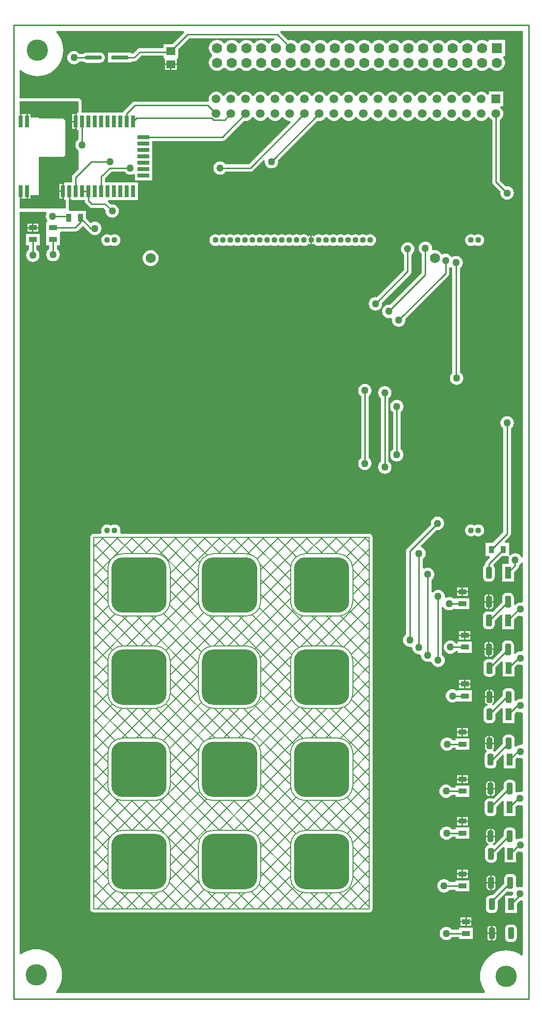
<source format=gtl>
G04 Layer_Physical_Order=1*
G04 Layer_Color=255*
%FSLAX24Y24*%
%MOIN*%
G70*
G01*
G75*
%ADD10C,0.0070*%
%ADD11C,0.0100*%
%ADD12C,0.0050*%
%ADD13R,0.0354X0.0551*%
%ADD14R,0.0276X0.0787*%
%ADD15R,0.0787X0.0276*%
%ADD16R,0.1181X0.0276*%
%ADD17O,0.1181X0.0276*%
%ADD18R,0.0610X0.0532*%
%ADD19R,0.0374X0.0512*%
%ADD20R,0.0551X0.0354*%
%ADD21R,0.0394X0.0787*%
G04:AMPARAMS|DCode=22|XSize=78.7mil|YSize=39.4mil|CornerRadius=9.8mil|HoleSize=0mil|Usage=FLASHONLY|Rotation=270.000|XOffset=0mil|YOffset=0mil|HoleType=Round|Shape=RoundedRectangle|*
%AMROUNDEDRECTD22*
21,1,0.0787,0.0197,0,0,270.0*
21,1,0.0591,0.0394,0,0,270.0*
1,1,0.0197,-0.0098,-0.0295*
1,1,0.0197,-0.0098,0.0295*
1,1,0.0197,0.0098,0.0295*
1,1,0.0197,0.0098,-0.0295*
%
%ADD22ROUNDEDRECTD22*%
%ADD23R,0.0700X0.0700*%
%ADD24C,0.0700*%
%ADD25C,0.1450*%
%ADD26C,0.0680*%
%ADD27C,0.0400*%
%ADD28R,0.0591X0.0591*%
%ADD29C,0.0591*%
%ADD30C,0.0500*%
G36*
X34567Y29965D02*
X34467Y29945D01*
X34448Y29991D01*
X34376Y30085D01*
X34282Y30157D01*
X34173Y30202D01*
X34055Y30218D01*
X33938Y30202D01*
X33828Y30157D01*
X33734Y30085D01*
X33725Y30073D01*
X33625Y30107D01*
Y30928D01*
X33378D01*
X33340Y31021D01*
X33684Y31365D01*
X33739Y31448D01*
X33759Y31545D01*
Y38683D01*
X33825Y38734D01*
X33897Y38828D01*
X33942Y38938D01*
X33958Y39055D01*
X33942Y39173D01*
X33897Y39282D01*
X33825Y39376D01*
X33731Y39448D01*
X33621Y39494D01*
X33504Y39509D01*
X33386Y39494D01*
X33277Y39448D01*
X33183Y39376D01*
X33111Y39282D01*
X33066Y39173D01*
X33050Y39055D01*
X33066Y38938D01*
X33111Y38828D01*
X33183Y38734D01*
X33249Y38683D01*
Y31651D01*
X32527Y30928D01*
X32044D01*
Y30017D01*
X32291D01*
X32329Y29924D01*
X32084Y29678D01*
X32028Y29596D01*
X32009Y29498D01*
Y29449D01*
X31953Y29406D01*
X31905Y29343D01*
X31875Y29271D01*
X31864Y29193D01*
Y28602D01*
X31875Y28524D01*
X31905Y28452D01*
X31953Y28390D01*
X32015Y28342D01*
X32087Y28312D01*
X32165Y28301D01*
X32362D01*
X32440Y28312D01*
X32513Y28342D01*
X32575Y28390D01*
X32623Y28452D01*
X32653Y28524D01*
X32663Y28602D01*
Y29193D01*
X32653Y29271D01*
X32623Y29343D01*
X32575Y29406D01*
X32572Y29446D01*
X33143Y30017D01*
X33565D01*
X33633Y29920D01*
X33617Y29881D01*
X33601Y29764D01*
X33617Y29646D01*
X33639Y29591D01*
X33577Y29491D01*
X33166D01*
Y28304D01*
X33960D01*
Y28934D01*
X34235Y29210D01*
X34291Y29292D01*
X34310Y29390D01*
Y29392D01*
X34376Y29443D01*
X34448Y29537D01*
X34467Y29582D01*
X34567Y29562D01*
Y26939D01*
X34467Y26864D01*
X34409Y26871D01*
X34292Y26856D01*
X34183Y26810D01*
X34089Y26738D01*
X34062Y26704D01*
X33962Y26738D01*
Y27224D01*
X33952Y27302D01*
X33922Y27375D01*
X33874Y27437D01*
X33812Y27485D01*
X33739Y27515D01*
X33661Y27525D01*
X33465D01*
X33387Y27515D01*
X33314Y27485D01*
X33252Y27437D01*
X33204Y27375D01*
X33174Y27302D01*
X33164Y27224D01*
Y26890D01*
X32503Y26229D01*
X32440Y26255D01*
X32362Y26266D01*
X32165D01*
X32087Y26255D01*
X32015Y26225D01*
X31953Y26177D01*
X31905Y26115D01*
X31875Y26042D01*
X31864Y25965D01*
Y25374D01*
X31875Y25296D01*
X31905Y25224D01*
X31953Y25161D01*
X32015Y25113D01*
X32087Y25083D01*
X32165Y25073D01*
X32362D01*
X32440Y25083D01*
X32513Y25113D01*
X32575Y25161D01*
X32623Y25224D01*
X32653Y25296D01*
X32663Y25374D01*
Y25669D01*
X33074Y26079D01*
X33166Y26041D01*
Y25076D01*
X33960D01*
Y25706D01*
X34250Y25996D01*
X34292Y25979D01*
X34409Y25963D01*
X34467Y25971D01*
X34567Y25895D01*
Y23632D01*
X34467Y23557D01*
X34409Y23564D01*
X34292Y23549D01*
X34183Y23503D01*
X34089Y23431D01*
X34061Y23395D01*
X34032Y23398D01*
X33962Y23431D01*
Y23996D01*
X33952Y24074D01*
X33922Y24147D01*
X33874Y24209D01*
X33812Y24257D01*
X33739Y24287D01*
X33661Y24297D01*
X33465D01*
X33387Y24287D01*
X33314Y24257D01*
X33252Y24209D01*
X33204Y24147D01*
X33174Y24074D01*
X33164Y23996D01*
Y23662D01*
X32514Y23013D01*
X32479Y23027D01*
X32402Y23037D01*
X32205D01*
X32127Y23027D01*
X32054Y22997D01*
X31992Y22949D01*
X31944Y22887D01*
X31914Y22814D01*
X31904Y22736D01*
Y22146D01*
X31914Y22068D01*
X31944Y21995D01*
X31992Y21933D01*
X32054Y21885D01*
X32127Y21855D01*
X32205Y21845D01*
X32402D01*
X32479Y21855D01*
X32552Y21885D01*
X32614Y21933D01*
X32662Y21995D01*
X32692Y22068D01*
X32703Y22146D01*
Y22480D01*
X33113Y22890D01*
X33206Y22852D01*
Y21847D01*
X33999D01*
Y22477D01*
X34223Y22701D01*
X34292Y22672D01*
X34409Y22656D01*
X34467Y22664D01*
X34567Y22588D01*
Y20404D01*
X34467Y20328D01*
X34409Y20336D01*
X34292Y20320D01*
X34183Y20275D01*
X34102Y20213D01*
X34050Y20226D01*
X34002Y20254D01*
Y20768D01*
X33992Y20846D01*
X33961Y20918D01*
X33914Y20981D01*
X33851Y21028D01*
X33779Y21058D01*
X33701Y21069D01*
X33504D01*
X33426Y21058D01*
X33353Y21028D01*
X33291Y20981D01*
X33243Y20918D01*
X33213Y20846D01*
X33203Y20768D01*
Y20552D01*
X32546Y19894D01*
X32521Y19904D01*
X32515Y20014D01*
X32545Y20034D01*
X32588Y20100D01*
X32604Y20177D01*
Y20422D01*
X32303D01*
X32002D01*
Y20177D01*
X32018Y20100D01*
X32062Y20034D01*
X32127Y19990D01*
X32164Y19983D01*
X32160Y19882D01*
X32127Y19877D01*
X32054Y19847D01*
X31992Y19799D01*
X31944Y19737D01*
X31914Y19665D01*
X31904Y19587D01*
Y18996D01*
X31914Y18918D01*
X31944Y18846D01*
X31992Y18783D01*
X32054Y18735D01*
X32127Y18705D01*
X32205Y18695D01*
X32402D01*
X32479Y18705D01*
X32552Y18735D01*
X32614Y18783D01*
X32662Y18846D01*
X32692Y18918D01*
X32703Y18996D01*
Y19330D01*
X33113Y19741D01*
X33206Y19703D01*
Y18698D01*
X33999D01*
Y19328D01*
X34170Y19498D01*
X34183Y19489D01*
X34292Y19443D01*
X34409Y19428D01*
X34467Y19436D01*
X34567Y19360D01*
Y17294D01*
X34467Y17218D01*
X34409Y17226D01*
X34292Y17210D01*
X34183Y17165D01*
X34102Y17103D01*
X34050Y17115D01*
X34002Y17144D01*
Y17618D01*
X33992Y17696D01*
X33961Y17769D01*
X33914Y17831D01*
X33851Y17879D01*
X33779Y17909D01*
X33701Y17919D01*
X33504D01*
X33426Y17909D01*
X33353Y17879D01*
X33291Y17831D01*
X33243Y17769D01*
X33213Y17696D01*
X33203Y17618D01*
Y17284D01*
X32683Y16764D01*
X32587Y16797D01*
X32573Y16827D01*
X32559Y16879D01*
X32560Y16907D01*
X32588Y16950D01*
X32604Y17028D01*
Y17273D01*
X32303D01*
X32002D01*
Y17028D01*
X32018Y16950D01*
X32062Y16884D01*
X32091Y16865D01*
X32096Y16855D01*
X32100Y16758D01*
X32098Y16749D01*
X32071Y16729D01*
X32023Y16666D01*
X31993Y16594D01*
X31982Y16516D01*
Y15925D01*
X31993Y15847D01*
X32023Y15775D01*
X32071Y15712D01*
X32133Y15665D01*
X32206Y15634D01*
X32283Y15624D01*
X32480D01*
X32558Y15634D01*
X32631Y15665D01*
X32693Y15712D01*
X32741Y15775D01*
X32771Y15847D01*
X32781Y15925D01*
Y16141D01*
X33192Y16552D01*
X33284Y16514D01*
Y15627D01*
X34078D01*
Y16257D01*
X34195Y16374D01*
X34292Y16333D01*
X34409Y16318D01*
X34467Y16325D01*
X34567Y16250D01*
Y14082D01*
X34467Y14024D01*
X34370Y14037D01*
X34253Y14021D01*
X34181Y13991D01*
X34094Y14037D01*
X34081Y14054D01*
Y14547D01*
X34070Y14625D01*
X34040Y14698D01*
X33992Y14760D01*
X33930Y14808D01*
X33857Y14838D01*
X33780Y14848D01*
X33583D01*
X33505Y14838D01*
X33432Y14808D01*
X33370Y14760D01*
X33322Y14698D01*
X33292Y14625D01*
X33282Y14547D01*
Y14252D01*
X32593Y13564D01*
X32558Y13578D01*
X32480Y13588D01*
X32283D01*
X32206Y13578D01*
X32133Y13548D01*
X32071Y13500D01*
X32023Y13438D01*
X31993Y13365D01*
X31982Y13287D01*
Y12697D01*
X31993Y12619D01*
X32023Y12546D01*
X32071Y12484D01*
X32133Y12436D01*
X32206Y12406D01*
X32283Y12396D01*
X32480D01*
X32558Y12406D01*
X32631Y12436D01*
X32693Y12484D01*
X32741Y12546D01*
X32771Y12619D01*
X32781Y12697D01*
Y13031D01*
X33192Y13442D01*
X33284Y13403D01*
Y12398D01*
X34078D01*
Y13029D01*
X34211Y13162D01*
X34253Y13144D01*
X34370Y13129D01*
X34467Y13142D01*
X34567Y13084D01*
Y10955D01*
X34467Y10879D01*
X34409Y10887D01*
X34292Y10871D01*
X34183Y10826D01*
X34181Y10825D01*
X34081Y10874D01*
Y11319D01*
X34070Y11397D01*
X34040Y11469D01*
X33992Y11532D01*
X33930Y11580D01*
X33857Y11610D01*
X33780Y11620D01*
X33583D01*
X33505Y11610D01*
X33432Y11580D01*
X33370Y11532D01*
X33322Y11469D01*
X33292Y11397D01*
X33282Y11319D01*
Y11063D01*
X32632Y10414D01*
X32598Y10429D01*
X32541Y10436D01*
X32537Y10537D01*
X32558Y10541D01*
X32623Y10585D01*
X32667Y10651D01*
X32683Y10728D01*
Y10974D01*
X32382D01*
X32081D01*
Y10728D01*
X32097Y10651D01*
X32140Y10585D01*
X32206Y10541D01*
X32258Y10531D01*
X32255Y10430D01*
X32245Y10429D01*
X32172Y10398D01*
X32110Y10351D01*
X32062Y10288D01*
X32032Y10216D01*
X32022Y10138D01*
Y9547D01*
X32032Y9469D01*
X32062Y9397D01*
X32110Y9334D01*
X32172Y9287D01*
X32245Y9257D01*
X32323Y9246D01*
X32520D01*
X32598Y9257D01*
X32670Y9287D01*
X32733Y9334D01*
X32780Y9397D01*
X32810Y9469D01*
X32821Y9547D01*
Y9881D01*
X33231Y10292D01*
X33324Y10254D01*
Y9249D01*
X34117D01*
Y9879D01*
X34250Y10012D01*
X34292Y9995D01*
X34409Y9979D01*
X34467Y9987D01*
X34567Y9911D01*
Y7625D01*
X34467Y7567D01*
X34370Y7580D01*
X34253Y7564D01*
X34217Y7550D01*
X34192Y7557D01*
X34120Y7618D01*
Y8169D01*
X34110Y8247D01*
X34080Y8320D01*
X34032Y8382D01*
X33969Y8430D01*
X33897Y8460D01*
X33819Y8470D01*
X33622D01*
X33544Y8460D01*
X33472Y8430D01*
X33409Y8382D01*
X33361Y8320D01*
X33331Y8247D01*
X33321Y8169D01*
Y7835D01*
X32500Y7014D01*
X32362D01*
X32284Y7003D01*
X32212Y6973D01*
X32149Y6925D01*
X32102Y6863D01*
X32071Y6791D01*
X32061Y6713D01*
Y6122D01*
X32071Y6044D01*
X32102Y5972D01*
X32149Y5909D01*
X32212Y5861D01*
X32284Y5831D01*
X32362Y5821D01*
X32559D01*
X32637Y5831D01*
X32710Y5861D01*
X32772Y5909D01*
X32820Y5972D01*
X32850Y6044D01*
X32860Y6122D01*
Y6653D01*
X33509Y7302D01*
X33544Y7288D01*
X33622Y7278D01*
X33819D01*
X33839Y7280D01*
X33853Y7275D01*
X33924Y7200D01*
X33925Y7196D01*
X33916Y7126D01*
X33921Y7086D01*
X33856Y7011D01*
X33363D01*
Y5824D01*
X34157D01*
Y6454D01*
X34376Y6673D01*
X34467Y6685D01*
X34567Y6627D01*
Y2982D01*
X34467Y2944D01*
X34302Y3054D01*
X34096Y3156D01*
X33879Y3229D01*
X33654Y3274D01*
X33425Y3289D01*
X33196Y3274D01*
X32971Y3229D01*
X32754Y3156D01*
X32548Y3054D01*
X32358Y2927D01*
X32185Y2776D01*
X32034Y2603D01*
X31906Y2412D01*
X31805Y2207D01*
X31731Y1989D01*
X31686Y1764D01*
X31671Y1535D01*
X31686Y1307D01*
X31731Y1082D01*
X31805Y864D01*
X31906Y659D01*
X32017Y494D01*
X31978Y394D01*
X2914D01*
X2873Y485D01*
X2927Y547D01*
X3054Y737D01*
X3156Y943D01*
X3229Y1160D01*
X3274Y1385D01*
X3289Y1614D01*
X3274Y1843D01*
X3229Y2068D01*
X3156Y2285D01*
X3054Y2491D01*
X2927Y2682D01*
X2776Y2854D01*
X2603Y3006D01*
X2412Y3133D01*
X2207Y3234D01*
X1989Y3308D01*
X1764Y3353D01*
X1535Y3368D01*
X1307Y3353D01*
X1082Y3308D01*
X864Y3234D01*
X659Y3133D01*
X494Y3023D01*
X394Y3061D01*
Y53379D01*
X2195D01*
X2237Y53279D01*
X2199Y53188D01*
X2184Y53071D01*
X2199Y52953D01*
X2245Y52844D01*
X2301Y52770D01*
X2279Y52701D01*
X2256Y52670D01*
X2202D01*
Y51963D01*
X2202Y51890D01*
X2202Y51816D01*
Y51109D01*
X2422D01*
Y50844D01*
X2356Y50793D01*
X2284Y50699D01*
X2239Y50590D01*
X2223Y50472D01*
X2239Y50355D01*
X2284Y50245D01*
X2356Y50152D01*
X2450Y50079D01*
X2560Y50034D01*
X2677Y50019D01*
X2795Y50034D01*
X2904Y50079D01*
X2998Y50152D01*
X3070Y50245D01*
X3116Y50355D01*
X3131Y50472D01*
X3116Y50590D01*
X3070Y50699D01*
X2998Y50793D01*
X2932Y50844D01*
Y51109D01*
X3153D01*
Y51816D01*
X3153Y51890D01*
X3153Y51968D01*
X3223Y52038D01*
X4183D01*
X4281Y52058D01*
X4363Y52113D01*
X4690Y52440D01*
X5066Y52064D01*
X5112Y52033D01*
X5119Y52017D01*
X5191Y51923D01*
X5285Y51851D01*
X5394Y51806D01*
X5512Y51790D01*
X5629Y51806D01*
X5739Y51851D01*
X5833Y51923D01*
X5905Y52017D01*
X5950Y52127D01*
X5966Y52244D01*
X5950Y52362D01*
X5905Y52471D01*
X5833Y52565D01*
X5739Y52637D01*
X5629Y52683D01*
X5512Y52698D01*
X5394Y52683D01*
X5285Y52637D01*
X5244Y52606D01*
X4915Y52936D01*
Y53428D01*
X4207D01*
X4160Y53428D01*
Y53428D01*
X4107D01*
Y53428D01*
X3801D01*
X3778Y53454D01*
X3736Y53528D01*
X3747Y53583D01*
Y54139D01*
X3784Y54184D01*
X3843Y54206D01*
X3875Y54185D01*
Y54170D01*
X4824D01*
Y54134D01*
X4843Y54036D01*
X4899Y53954D01*
X5135Y53717D01*
X5217Y53662D01*
X5315Y53643D01*
X6115D01*
X6250Y53508D01*
X6239Y53425D01*
X6255Y53308D01*
X6300Y53198D01*
X6372Y53104D01*
X6466Y53032D01*
X6575Y52987D01*
X6693Y52971D01*
X6810Y52987D01*
X6920Y53032D01*
X7014Y53104D01*
X7086Y53198D01*
X7131Y53308D01*
X7147Y53425D01*
X7131Y53543D01*
X7086Y53652D01*
X7014Y53746D01*
X6920Y53818D01*
X6810Y53864D01*
X6693Y53879D01*
X6610Y53868D01*
X6409Y54070D01*
X6412Y54103D01*
X6443Y54170D01*
X8448D01*
Y55357D01*
X6200D01*
Y55642D01*
X6641Y56084D01*
X7542D01*
X7592Y56018D01*
X7686Y55946D01*
X7796Y55900D01*
X7913Y55885D01*
X8031Y55900D01*
X8125Y55939D01*
X8151Y55935D01*
X8164Y55929D01*
X8225Y55885D01*
Y55489D01*
X9413D01*
Y55922D01*
Y56355D01*
Y56788D01*
Y57221D01*
Y57654D01*
Y58170D01*
X14157D01*
X14255Y58190D01*
X14338Y58245D01*
X15633Y59540D01*
X15756Y59524D01*
X15885Y59541D01*
X16006Y59591D01*
X16109Y59670D01*
X16189Y59774D01*
X16202Y59806D01*
X16310D01*
X16323Y59774D01*
X16403Y59670D01*
X16506Y59591D01*
X16627Y59541D01*
X16756Y59524D01*
X16885Y59541D01*
X17006Y59591D01*
X17109Y59670D01*
X17189Y59774D01*
X17202Y59806D01*
X17310D01*
X17323Y59774D01*
X17403Y59670D01*
X17506Y59591D01*
X17627Y59541D01*
X17756Y59524D01*
X17885Y59541D01*
X18006Y59591D01*
X18109Y59670D01*
X18189Y59774D01*
X18202Y59806D01*
X18310D01*
X18323Y59774D01*
X18403Y59670D01*
X18506Y59591D01*
X18627Y59541D01*
X18755Y59524D01*
X18758Y59520D01*
X18801Y59429D01*
X15965Y56593D01*
X14387D01*
X14337Y56660D01*
X14243Y56732D01*
X14133Y56777D01*
X14016Y56792D01*
X13898Y56777D01*
X13789Y56732D01*
X13695Y56660D01*
X13623Y56566D01*
X13577Y56456D01*
X13562Y56339D01*
X13577Y56221D01*
X13623Y56112D01*
X13695Y56018D01*
X13789Y55946D01*
X13898Y55900D01*
X14016Y55885D01*
X14133Y55900D01*
X14243Y55946D01*
X14337Y56018D01*
X14387Y56084D01*
X16071D01*
X16168Y56103D01*
X16251Y56158D01*
X16962Y56869D01*
X17057Y56823D01*
X17050Y56772D01*
X17066Y56654D01*
X17111Y56545D01*
X17183Y56451D01*
X17277Y56379D01*
X17386Y56333D01*
X17504Y56318D01*
X17621Y56333D01*
X17731Y56379D01*
X17825Y56451D01*
X17897Y56545D01*
X17942Y56654D01*
X17958Y56772D01*
X17947Y56854D01*
X20633Y59540D01*
X20756Y59524D01*
X20885Y59541D01*
X21006Y59591D01*
X21109Y59670D01*
X21189Y59774D01*
X21202Y59806D01*
X21310D01*
X21323Y59774D01*
X21403Y59670D01*
X21506Y59591D01*
X21627Y59541D01*
X21756Y59524D01*
X21885Y59541D01*
X22006Y59591D01*
X22109Y59670D01*
X22189Y59774D01*
X22202Y59806D01*
X22310D01*
X22323Y59774D01*
X22403Y59670D01*
X22506Y59591D01*
X22627Y59541D01*
X22756Y59524D01*
X22885Y59541D01*
X23006Y59591D01*
X23109Y59670D01*
X23189Y59774D01*
X23202Y59806D01*
X23310D01*
X23323Y59774D01*
X23403Y59670D01*
X23506Y59591D01*
X23627Y59541D01*
X23756Y59524D01*
X23885Y59541D01*
X24006Y59591D01*
X24109Y59670D01*
X24189Y59774D01*
X24202Y59806D01*
X24310D01*
X24323Y59774D01*
X24403Y59670D01*
X24506Y59591D01*
X24627Y59541D01*
X24756Y59524D01*
X24885Y59541D01*
X25006Y59591D01*
X25109Y59670D01*
X25189Y59774D01*
X25202Y59806D01*
X25310D01*
X25323Y59774D01*
X25403Y59670D01*
X25506Y59591D01*
X25627Y59541D01*
X25756Y59524D01*
X25885Y59541D01*
X26006Y59591D01*
X26109Y59670D01*
X26189Y59774D01*
X26202Y59806D01*
X26310D01*
X26323Y59774D01*
X26403Y59670D01*
X26506Y59591D01*
X26627Y59541D01*
X26756Y59524D01*
X26885Y59541D01*
X27006Y59591D01*
X27109Y59670D01*
X27189Y59774D01*
X27202Y59806D01*
X27310D01*
X27323Y59774D01*
X27403Y59670D01*
X27506Y59591D01*
X27627Y59541D01*
X27756Y59524D01*
X27885Y59541D01*
X28006Y59591D01*
X28109Y59670D01*
X28189Y59774D01*
X28202Y59806D01*
X28310D01*
X28323Y59774D01*
X28403Y59670D01*
X28506Y59591D01*
X28627Y59541D01*
X28756Y59524D01*
X28885Y59541D01*
X29006Y59591D01*
X29109Y59670D01*
X29189Y59774D01*
X29202Y59806D01*
X29310D01*
X29323Y59774D01*
X29403Y59670D01*
X29506Y59591D01*
X29627Y59541D01*
X29756Y59524D01*
X29885Y59541D01*
X30006Y59591D01*
X30109Y59670D01*
X30189Y59774D01*
X30202Y59806D01*
X30310D01*
X30323Y59774D01*
X30403Y59670D01*
X30506Y59591D01*
X30627Y59541D01*
X30756Y59524D01*
X30885Y59541D01*
X31006Y59591D01*
X31109Y59670D01*
X31189Y59774D01*
X31202Y59806D01*
X31310D01*
X31323Y59774D01*
X31403Y59670D01*
X31506Y59591D01*
X31627Y59541D01*
X31756Y59524D01*
X31885Y59541D01*
X32006Y59591D01*
X32109Y59670D01*
X32189Y59774D01*
X32202Y59806D01*
X32310D01*
X32323Y59774D01*
X32403Y59670D01*
X32501Y59595D01*
Y55394D01*
X32520Y55296D01*
X32576Y55213D01*
X33061Y54728D01*
X33050Y54646D01*
X33066Y54528D01*
X33111Y54419D01*
X33183Y54325D01*
X33277Y54253D01*
X33386Y54207D01*
X33504Y54192D01*
X33621Y54207D01*
X33731Y54253D01*
X33825Y54325D01*
X33897Y54419D01*
X33942Y54528D01*
X33958Y54646D01*
X33942Y54763D01*
X33897Y54873D01*
X33825Y54967D01*
X33731Y55039D01*
X33621Y55084D01*
X33504Y55100D01*
X33421Y55089D01*
X33011Y55499D01*
Y59595D01*
X33109Y59670D01*
X33189Y59774D01*
X33238Y59894D01*
X33255Y60024D01*
X33238Y60153D01*
X33189Y60273D01*
X33109Y60377D01*
X33042Y60428D01*
X33076Y60528D01*
X33251D01*
Y61519D01*
X32261D01*
Y61344D01*
X32161Y61310D01*
X32109Y61377D01*
X32006Y61456D01*
X31885Y61506D01*
X31756Y61523D01*
X31627Y61506D01*
X31506Y61456D01*
X31403Y61377D01*
X31323Y61273D01*
X31310Y61241D01*
X31202D01*
X31189Y61273D01*
X31109Y61377D01*
X31006Y61456D01*
X30885Y61506D01*
X30756Y61523D01*
X30627Y61506D01*
X30506Y61456D01*
X30403Y61377D01*
X30323Y61273D01*
X30310Y61241D01*
X30202D01*
X30189Y61273D01*
X30109Y61377D01*
X30006Y61456D01*
X29885Y61506D01*
X29756Y61523D01*
X29627Y61506D01*
X29506Y61456D01*
X29403Y61377D01*
X29323Y61273D01*
X29310Y61241D01*
X29202D01*
X29189Y61273D01*
X29109Y61377D01*
X29006Y61456D01*
X28885Y61506D01*
X28756Y61523D01*
X28627Y61506D01*
X28506Y61456D01*
X28403Y61377D01*
X28323Y61273D01*
X28310Y61241D01*
X28202D01*
X28189Y61273D01*
X28109Y61377D01*
X28006Y61456D01*
X27885Y61506D01*
X27756Y61523D01*
X27627Y61506D01*
X27506Y61456D01*
X27403Y61377D01*
X27323Y61273D01*
X27310Y61241D01*
X27202D01*
X27189Y61273D01*
X27109Y61377D01*
X27006Y61456D01*
X26885Y61506D01*
X26756Y61523D01*
X26627Y61506D01*
X26506Y61456D01*
X26403Y61377D01*
X26323Y61273D01*
X26310Y61241D01*
X26202D01*
X26189Y61273D01*
X26109Y61377D01*
X26006Y61456D01*
X25885Y61506D01*
X25756Y61523D01*
X25627Y61506D01*
X25506Y61456D01*
X25403Y61377D01*
X25323Y61273D01*
X25310Y61241D01*
X25202D01*
X25189Y61273D01*
X25109Y61377D01*
X25006Y61456D01*
X24885Y61506D01*
X24756Y61523D01*
X24627Y61506D01*
X24506Y61456D01*
X24403Y61377D01*
X24323Y61273D01*
X24310Y61241D01*
X24202D01*
X24189Y61273D01*
X24109Y61377D01*
X24006Y61456D01*
X23885Y61506D01*
X23756Y61523D01*
X23627Y61506D01*
X23506Y61456D01*
X23403Y61377D01*
X23323Y61273D01*
X23310Y61241D01*
X23202D01*
X23189Y61273D01*
X23109Y61377D01*
X23006Y61456D01*
X22885Y61506D01*
X22756Y61523D01*
X22627Y61506D01*
X22506Y61456D01*
X22403Y61377D01*
X22323Y61273D01*
X22310Y61241D01*
X22202D01*
X22189Y61273D01*
X22109Y61377D01*
X22006Y61456D01*
X21885Y61506D01*
X21756Y61523D01*
X21627Y61506D01*
X21506Y61456D01*
X21403Y61377D01*
X21323Y61273D01*
X21310Y61241D01*
X21202D01*
X21189Y61273D01*
X21109Y61377D01*
X21006Y61456D01*
X20885Y61506D01*
X20756Y61523D01*
X20627Y61506D01*
X20506Y61456D01*
X20403Y61377D01*
X20323Y61273D01*
X20310Y61241D01*
X20202D01*
X20189Y61273D01*
X20109Y61377D01*
X20006Y61456D01*
X19885Y61506D01*
X19756Y61523D01*
X19627Y61506D01*
X19506Y61456D01*
X19403Y61377D01*
X19323Y61273D01*
X19310Y61241D01*
X19202D01*
X19189Y61273D01*
X19109Y61377D01*
X19006Y61456D01*
X18885Y61506D01*
X18756Y61523D01*
X18627Y61506D01*
X18506Y61456D01*
X18403Y61377D01*
X18323Y61273D01*
X18310Y61241D01*
X18202D01*
X18189Y61273D01*
X18109Y61377D01*
X18006Y61456D01*
X17885Y61506D01*
X17756Y61523D01*
X17627Y61506D01*
X17506Y61456D01*
X17403Y61377D01*
X17323Y61273D01*
X17310Y61241D01*
X17202D01*
X17189Y61273D01*
X17109Y61377D01*
X17006Y61456D01*
X16885Y61506D01*
X16756Y61523D01*
X16627Y61506D01*
X16506Y61456D01*
X16403Y61377D01*
X16323Y61273D01*
X16310Y61241D01*
X16202D01*
X16189Y61273D01*
X16109Y61377D01*
X16006Y61456D01*
X15885Y61506D01*
X15756Y61523D01*
X15627Y61506D01*
X15506Y61456D01*
X15403Y61377D01*
X15323Y61273D01*
X15310Y61241D01*
X15202D01*
X15189Y61273D01*
X15109Y61377D01*
X15006Y61456D01*
X14885Y61506D01*
X14756Y61523D01*
X14627Y61506D01*
X14506Y61456D01*
X14403Y61377D01*
X14323Y61273D01*
X14310Y61241D01*
X14202D01*
X14189Y61273D01*
X14109Y61377D01*
X14006Y61456D01*
X13885Y61506D01*
X13756Y61523D01*
X13627Y61506D01*
X13506Y61456D01*
X13403Y61377D01*
X13323Y61273D01*
X13273Y61153D01*
X13256Y61024D01*
X13268Y60932D01*
X13204Y60854D01*
X13189Y60845D01*
X8228D01*
X8131Y60826D01*
X8048Y60771D01*
X7497Y60220D01*
X7442Y60137D01*
X7431Y60082D01*
X4613D01*
Y60866D01*
X4598Y60944D01*
X4554Y61010D01*
X4487Y61055D01*
X4409Y61070D01*
X394D01*
Y62952D01*
X485Y62994D01*
X547Y62939D01*
X737Y62812D01*
X943Y62710D01*
X1160Y62637D01*
X1385Y62592D01*
X1614Y62577D01*
X1843Y62592D01*
X2068Y62637D01*
X2285Y62710D01*
X2491Y62812D01*
X2682Y62939D01*
X2854Y63091D01*
X3006Y63263D01*
X3133Y63454D01*
X3234Y63660D01*
X3308Y63877D01*
X3353Y64102D01*
X3368Y64331D01*
X3353Y64560D01*
X3308Y64785D01*
X3234Y65002D01*
X3133Y65208D01*
X3006Y65398D01*
X2890Y65530D01*
X2935Y65630D01*
X11536D01*
X11577Y65530D01*
X10775Y64728D01*
X10164D01*
Y64468D01*
X8583D01*
X8485Y64448D01*
X8402Y64393D01*
X8090Y64080D01*
X7990Y64089D01*
Y64157D01*
X6409D01*
Y63481D01*
X7990D01*
Y63564D01*
X8189D01*
X8287Y63583D01*
X8369Y63639D01*
X8688Y63958D01*
X10164D01*
Y63796D01*
X10187D01*
X10264Y63742D01*
X10264Y63696D01*
Y63426D01*
X10669D01*
X11074D01*
Y63696D01*
X11074Y63742D01*
X11152Y63796D01*
X11174D01*
Y64406D01*
X11907Y65139D01*
X17690D01*
X17705Y65119D01*
X17664Y65013D01*
X17659Y65010D01*
X17530Y64957D01*
X17415Y64869D01*
X17369Y64808D01*
X17246D01*
X17199Y64869D01*
X17084Y64957D01*
X16951Y65012D01*
X16807Y65031D01*
X16664Y65012D01*
X16530Y64957D01*
X16415Y64869D01*
X16369Y64808D01*
X16246D01*
X16199Y64869D01*
X16084Y64957D01*
X15951Y65012D01*
X15807Y65031D01*
X15664Y65012D01*
X15530Y64957D01*
X15415Y64869D01*
X15369Y64808D01*
X15246D01*
X15199Y64869D01*
X15084Y64957D01*
X14951Y65012D01*
X14807Y65031D01*
X14664Y65012D01*
X14530Y64957D01*
X14415Y64869D01*
X14369Y64808D01*
X14246D01*
X14199Y64869D01*
X14084Y64957D01*
X13951Y65012D01*
X13807Y65031D01*
X13664Y65012D01*
X13530Y64957D01*
X13415Y64869D01*
X13327Y64754D01*
X13271Y64620D01*
X13252Y64476D01*
X13271Y64333D01*
X13327Y64199D01*
X13415Y64084D01*
X13475Y64038D01*
Y63915D01*
X13415Y63869D01*
X13327Y63754D01*
X13271Y63620D01*
X13252Y63476D01*
X13271Y63333D01*
X13327Y63199D01*
X13415Y63084D01*
X13530Y62996D01*
X13664Y62941D01*
X13807Y62922D01*
X13951Y62941D01*
X14084Y62996D01*
X14199Y63084D01*
X14246Y63144D01*
X14369D01*
X14415Y63084D01*
X14530Y62996D01*
X14664Y62941D01*
X14807Y62922D01*
X14951Y62941D01*
X15084Y62996D01*
X15199Y63084D01*
X15246Y63144D01*
X15369D01*
X15415Y63084D01*
X15530Y62996D01*
X15664Y62941D01*
X15807Y62922D01*
X15951Y62941D01*
X16084Y62996D01*
X16199Y63084D01*
X16246Y63144D01*
X16369D01*
X16415Y63084D01*
X16530Y62996D01*
X16664Y62941D01*
X16807Y62922D01*
X16951Y62941D01*
X17084Y62996D01*
X17199Y63084D01*
X17246Y63144D01*
X17369D01*
X17415Y63084D01*
X17530Y62996D01*
X17664Y62941D01*
X17807Y62922D01*
X17951Y62941D01*
X18084Y62996D01*
X18199Y63084D01*
X18246Y63144D01*
X18369D01*
X18415Y63084D01*
X18530Y62996D01*
X18664Y62941D01*
X18807Y62922D01*
X18951Y62941D01*
X19084Y62996D01*
X19199Y63084D01*
X19246Y63144D01*
X19369D01*
X19415Y63084D01*
X19530Y62996D01*
X19664Y62941D01*
X19807Y62922D01*
X19951Y62941D01*
X20084Y62996D01*
X20199Y63084D01*
X20246Y63144D01*
X20369D01*
X20415Y63084D01*
X20530Y62996D01*
X20664Y62941D01*
X20807Y62922D01*
X20951Y62941D01*
X21084Y62996D01*
X21199Y63084D01*
X21246Y63144D01*
X21369D01*
X21415Y63084D01*
X21530Y62996D01*
X21664Y62941D01*
X21807Y62922D01*
X21951Y62941D01*
X22084Y62996D01*
X22199Y63084D01*
X22246Y63144D01*
X22369D01*
X22415Y63084D01*
X22530Y62996D01*
X22664Y62941D01*
X22807Y62922D01*
X22951Y62941D01*
X23084Y62996D01*
X23199Y63084D01*
X23246Y63144D01*
X23369D01*
X23415Y63084D01*
X23530Y62996D01*
X23664Y62941D01*
X23807Y62922D01*
X23951Y62941D01*
X24084Y62996D01*
X24199Y63084D01*
X24246Y63144D01*
X24369D01*
X24415Y63084D01*
X24530Y62996D01*
X24664Y62941D01*
X24807Y62922D01*
X24951Y62941D01*
X25084Y62996D01*
X25199Y63084D01*
X25246Y63144D01*
X25369D01*
X25415Y63084D01*
X25530Y62996D01*
X25664Y62941D01*
X25807Y62922D01*
X25951Y62941D01*
X26084Y62996D01*
X26199Y63084D01*
X26246Y63144D01*
X26369D01*
X26415Y63084D01*
X26530Y62996D01*
X26664Y62941D01*
X26807Y62922D01*
X26951Y62941D01*
X27084Y62996D01*
X27199Y63084D01*
X27246Y63144D01*
X27369D01*
X27415Y63084D01*
X27530Y62996D01*
X27664Y62941D01*
X27807Y62922D01*
X27951Y62941D01*
X28084Y62996D01*
X28199Y63084D01*
X28246Y63144D01*
X28369D01*
X28415Y63084D01*
X28530Y62996D01*
X28664Y62941D01*
X28807Y62922D01*
X28951Y62941D01*
X29084Y62996D01*
X29199Y63084D01*
X29246Y63144D01*
X29369D01*
X29415Y63084D01*
X29530Y62996D01*
X29664Y62941D01*
X29807Y62922D01*
X29951Y62941D01*
X30084Y62996D01*
X30199Y63084D01*
X30246Y63144D01*
X30369D01*
X30415Y63084D01*
X30530Y62996D01*
X30664Y62941D01*
X30807Y62922D01*
X30951Y62941D01*
X31084Y62996D01*
X31199Y63084D01*
X31246Y63144D01*
X31369D01*
X31415Y63084D01*
X31530Y62996D01*
X31664Y62941D01*
X31807Y62922D01*
X31951Y62941D01*
X32084Y62996D01*
X32199Y63084D01*
X32246Y63144D01*
X32369D01*
X32415Y63084D01*
X32530Y62996D01*
X32664Y62941D01*
X32807Y62922D01*
X32951Y62941D01*
X33084Y62996D01*
X33199Y63084D01*
X33288Y63199D01*
X33343Y63333D01*
X33362Y63476D01*
X33343Y63620D01*
X33288Y63754D01*
X33232Y63826D01*
X33281Y63926D01*
X33357D01*
Y65026D01*
X32257D01*
Y64950D01*
X32157Y64901D01*
X32084Y64957D01*
X31951Y65012D01*
X31807Y65031D01*
X31664Y65012D01*
X31530Y64957D01*
X31415Y64869D01*
X31369Y64808D01*
X31246D01*
X31199Y64869D01*
X31084Y64957D01*
X30951Y65012D01*
X30807Y65031D01*
X30664Y65012D01*
X30530Y64957D01*
X30415Y64869D01*
X30369Y64808D01*
X30246D01*
X30199Y64869D01*
X30084Y64957D01*
X29951Y65012D01*
X29807Y65031D01*
X29664Y65012D01*
X29530Y64957D01*
X29415Y64869D01*
X29369Y64808D01*
X29246D01*
X29199Y64869D01*
X29084Y64957D01*
X28951Y65012D01*
X28807Y65031D01*
X28664Y65012D01*
X28530Y64957D01*
X28415Y64869D01*
X28369Y64808D01*
X28246D01*
X28199Y64869D01*
X28084Y64957D01*
X27951Y65012D01*
X27807Y65031D01*
X27664Y65012D01*
X27530Y64957D01*
X27415Y64869D01*
X27369Y64808D01*
X27246D01*
X27199Y64869D01*
X27084Y64957D01*
X26951Y65012D01*
X26807Y65031D01*
X26664Y65012D01*
X26530Y64957D01*
X26415Y64869D01*
X26369Y64808D01*
X26246D01*
X26199Y64869D01*
X26084Y64957D01*
X25951Y65012D01*
X25807Y65031D01*
X25664Y65012D01*
X25530Y64957D01*
X25415Y64869D01*
X25369Y64808D01*
X25246D01*
X25199Y64869D01*
X25084Y64957D01*
X24951Y65012D01*
X24807Y65031D01*
X24664Y65012D01*
X24530Y64957D01*
X24415Y64869D01*
X24369Y64808D01*
X24246D01*
X24199Y64869D01*
X24084Y64957D01*
X23951Y65012D01*
X23807Y65031D01*
X23664Y65012D01*
X23530Y64957D01*
X23415Y64869D01*
X23369Y64808D01*
X23246D01*
X23199Y64869D01*
X23084Y64957D01*
X22951Y65012D01*
X22807Y65031D01*
X22664Y65012D01*
X22530Y64957D01*
X22415Y64869D01*
X22369Y64808D01*
X22246D01*
X22199Y64869D01*
X22084Y64957D01*
X21951Y65012D01*
X21807Y65031D01*
X21664Y65012D01*
X21530Y64957D01*
X21415Y64869D01*
X21369Y64808D01*
X21246D01*
X21199Y64869D01*
X21084Y64957D01*
X20951Y65012D01*
X20807Y65031D01*
X20664Y65012D01*
X20530Y64957D01*
X20415Y64869D01*
X20369Y64808D01*
X20246D01*
X20199Y64869D01*
X20084Y64957D01*
X19951Y65012D01*
X19807Y65031D01*
X19664Y65012D01*
X19530Y64957D01*
X19415Y64869D01*
X19369Y64808D01*
X19246D01*
X19199Y64869D01*
X19084Y64957D01*
X18951Y65012D01*
X18807Y65031D01*
X18664Y65012D01*
X18641Y65003D01*
X18114Y65530D01*
X18155Y65630D01*
X34567D01*
Y29965D01*
D02*
G37*
G36*
X4409Y60082D02*
X4308D01*
Y59982D01*
X4263D01*
Y59488D01*
Y58994D01*
X4308D01*
Y58894D01*
X4391D01*
Y58285D01*
X4325Y58234D01*
X4253Y58140D01*
X4207Y58031D01*
X4192Y57913D01*
X4207Y57796D01*
X4253Y57686D01*
X4325Y57592D01*
X4409Y57527D01*
Y56266D01*
X4032Y55889D01*
X3977Y55806D01*
X3958Y55709D01*
Y55357D01*
X3442D01*
Y55257D01*
X3396D01*
Y54764D01*
Y54270D01*
X3442D01*
Y54170D01*
X3541D01*
X3543Y54158D01*
Y53583D01*
X394D01*
Y54270D01*
X1143D01*
Y54488D01*
X1693D01*
Y57047D01*
X1732Y57080D01*
X3307D01*
X3385Y57095D01*
X3451Y57139D01*
X3495Y57205D01*
X3511Y57283D01*
Y59488D01*
X3495Y59566D01*
X3451Y59632D01*
X3385Y59677D01*
X3307Y59692D01*
X1732D01*
X1693Y59724D01*
Y59764D01*
X1143D01*
Y59982D01*
X394D01*
Y60866D01*
X4409D01*
Y60082D01*
D02*
G37*
%LPC*%
G36*
X4094Y64273D02*
X3977Y64257D01*
X3868Y64212D01*
X3774Y64140D01*
X3701Y64046D01*
X3656Y63936D01*
X3641Y63819D01*
X3656Y63701D01*
X3701Y63592D01*
X3774Y63498D01*
X3868Y63426D01*
X3977Y63380D01*
X4094Y63365D01*
X4212Y63380D01*
X4321Y63426D01*
X4415Y63498D01*
X4466Y63564D01*
X4724D01*
X4776Y63524D01*
X4858Y63490D01*
X4946Y63478D01*
X5852D01*
X5940Y63490D01*
X6022Y63524D01*
X6093Y63578D01*
X6147Y63649D01*
X6181Y63731D01*
X6193Y63819D01*
X6181Y63907D01*
X6147Y63989D01*
X6093Y64060D01*
X6022Y64114D01*
X5940Y64148D01*
X5852Y64160D01*
X4946D01*
X4858Y64148D01*
X4776Y64114D01*
X4724Y64074D01*
X4466D01*
X4415Y64140D01*
X4321Y64212D01*
X4212Y64257D01*
X4094Y64273D01*
D02*
G37*
G36*
X11074Y63326D02*
X10719D01*
Y63010D01*
X11074D01*
Y63326D01*
D02*
G37*
G36*
X10619D02*
X10264D01*
Y63010D01*
X10619D01*
Y63326D01*
D02*
G37*
G36*
X1675Y52570D02*
X1349D01*
Y52343D01*
X1675D01*
Y52570D01*
D02*
G37*
G36*
X1249D02*
X924D01*
Y52343D01*
X1249D01*
Y52570D01*
D02*
G37*
G36*
X1675Y52243D02*
X1349D01*
Y52016D01*
X1675D01*
Y52243D01*
D02*
G37*
G36*
X1249D02*
X924D01*
Y52016D01*
X1249D01*
Y52243D01*
D02*
G37*
G36*
X31551Y51860D02*
X31446Y51846D01*
X31349Y51806D01*
X31301Y51769D01*
X31253Y51806D01*
X31155Y51846D01*
X31051Y51860D01*
X30946Y51846D01*
X30849Y51806D01*
X30766Y51742D01*
X30701Y51658D01*
X30661Y51561D01*
X30647Y51457D01*
X30661Y51352D01*
X30701Y51255D01*
X30766Y51171D01*
X30849Y51107D01*
X30946Y51067D01*
X31051Y51053D01*
X31155Y51067D01*
X31253Y51107D01*
X31301Y51144D01*
X31349Y51107D01*
X31446Y51067D01*
X31551Y51053D01*
X31655Y51067D01*
X31753Y51107D01*
X31836Y51171D01*
X31900Y51255D01*
X31940Y51352D01*
X31954Y51457D01*
X31940Y51561D01*
X31900Y51658D01*
X31836Y51742D01*
X31753Y51806D01*
X31655Y51846D01*
X31551Y51860D01*
D02*
G37*
G36*
X24201D02*
X24096Y51846D01*
X23999Y51806D01*
X23951Y51769D01*
X23903Y51806D01*
X23805Y51846D01*
X23701Y51860D01*
X23596Y51846D01*
X23499Y51806D01*
X23451Y51769D01*
X23403Y51806D01*
X23305Y51846D01*
X23201Y51860D01*
X23096Y51846D01*
X22999Y51806D01*
X22951Y51769D01*
X22903Y51806D01*
X22805Y51846D01*
X22701Y51860D01*
X22596Y51846D01*
X22499Y51806D01*
X22451Y51769D01*
X22403Y51806D01*
X22305Y51846D01*
X22201Y51860D01*
X22096Y51846D01*
X21999Y51806D01*
X21951Y51769D01*
X21903Y51806D01*
X21805Y51846D01*
X21701Y51860D01*
X21596Y51846D01*
X21499Y51806D01*
X21451Y51769D01*
X21403Y51806D01*
X21305Y51846D01*
X21201Y51860D01*
X21096Y51846D01*
X20999Y51806D01*
X20951Y51769D01*
X20903Y51806D01*
X20805Y51846D01*
X20701Y51860D01*
X20596Y51846D01*
X20499Y51806D01*
X20415Y51742D01*
X20381Y51697D01*
X20352Y51719D01*
X20279Y51749D01*
X20251Y51753D01*
Y51457D01*
Y51161D01*
X20279Y51164D01*
X20352Y51195D01*
X20381Y51217D01*
X20415Y51171D01*
X20499Y51107D01*
X20596Y51067D01*
X20701Y51053D01*
X20805Y51067D01*
X20903Y51107D01*
X20951Y51144D01*
X20999Y51107D01*
X21096Y51067D01*
X21201Y51053D01*
X21305Y51067D01*
X21403Y51107D01*
X21451Y51144D01*
X21499Y51107D01*
X21596Y51067D01*
X21701Y51053D01*
X21805Y51067D01*
X21903Y51107D01*
X21951Y51144D01*
X21999Y51107D01*
X22096Y51067D01*
X22201Y51053D01*
X22305Y51067D01*
X22403Y51107D01*
X22451Y51144D01*
X22499Y51107D01*
X22596Y51067D01*
X22701Y51053D01*
X22805Y51067D01*
X22903Y51107D01*
X22951Y51144D01*
X22999Y51107D01*
X23096Y51067D01*
X23201Y51053D01*
X23305Y51067D01*
X23403Y51107D01*
X23451Y51144D01*
X23499Y51107D01*
X23596Y51067D01*
X23701Y51053D01*
X23805Y51067D01*
X23903Y51107D01*
X23951Y51144D01*
X23999Y51107D01*
X24096Y51067D01*
X24201Y51053D01*
X24305Y51067D01*
X24403Y51107D01*
X24486Y51171D01*
X24550Y51255D01*
X24590Y51352D01*
X24604Y51457D01*
X24590Y51561D01*
X24550Y51658D01*
X24486Y51742D01*
X24403Y51806D01*
X24305Y51846D01*
X24201Y51860D01*
D02*
G37*
G36*
X19701D02*
X19596Y51846D01*
X19499Y51806D01*
X19451Y51769D01*
X19403Y51806D01*
X19305Y51846D01*
X19201Y51860D01*
X19096Y51846D01*
X18999Y51806D01*
X18951Y51769D01*
X18903Y51806D01*
X18805Y51846D01*
X18701Y51860D01*
X18596Y51846D01*
X18499Y51806D01*
X18451Y51769D01*
X18403Y51806D01*
X18305Y51846D01*
X18201Y51860D01*
X18096Y51846D01*
X17999Y51806D01*
X17951Y51769D01*
X17903Y51806D01*
X17805Y51846D01*
X17701Y51860D01*
X17596Y51846D01*
X17499Y51806D01*
X17451Y51769D01*
X17403Y51806D01*
X17305Y51846D01*
X17201Y51860D01*
X17096Y51846D01*
X16999Y51806D01*
X16951Y51769D01*
X16903Y51806D01*
X16805Y51846D01*
X16701Y51860D01*
X16596Y51846D01*
X16499Y51806D01*
X16451Y51769D01*
X16403Y51806D01*
X16305Y51846D01*
X16201Y51860D01*
X16096Y51846D01*
X15999Y51806D01*
X15951Y51769D01*
X15903Y51806D01*
X15805Y51846D01*
X15701Y51860D01*
X15596Y51846D01*
X15499Y51806D01*
X15451Y51769D01*
X15403Y51806D01*
X15305Y51846D01*
X15201Y51860D01*
X15096Y51846D01*
X14999Y51806D01*
X14951Y51769D01*
X14903Y51806D01*
X14805Y51846D01*
X14701Y51860D01*
X14596Y51846D01*
X14499Y51806D01*
X14451Y51769D01*
X14403Y51806D01*
X14305Y51846D01*
X14201Y51860D01*
X14096Y51846D01*
X13999Y51806D01*
X13951Y51769D01*
X13903Y51806D01*
X13805Y51846D01*
X13701Y51860D01*
X13596Y51846D01*
X13499Y51806D01*
X13415Y51742D01*
X13351Y51658D01*
X13311Y51561D01*
X13297Y51457D01*
X13311Y51352D01*
X13351Y51255D01*
X13415Y51171D01*
X13499Y51107D01*
X13596Y51067D01*
X13701Y51053D01*
X13805Y51067D01*
X13903Y51107D01*
X13951Y51144D01*
X13999Y51107D01*
X14096Y51067D01*
X14201Y51053D01*
X14305Y51067D01*
X14403Y51107D01*
X14451Y51144D01*
X14499Y51107D01*
X14596Y51067D01*
X14701Y51053D01*
X14805Y51067D01*
X14903Y51107D01*
X14951Y51144D01*
X14999Y51107D01*
X15096Y51067D01*
X15201Y51053D01*
X15305Y51067D01*
X15403Y51107D01*
X15451Y51144D01*
X15499Y51107D01*
X15596Y51067D01*
X15701Y51053D01*
X15805Y51067D01*
X15903Y51107D01*
X15951Y51144D01*
X15999Y51107D01*
X16096Y51067D01*
X16201Y51053D01*
X16305Y51067D01*
X16403Y51107D01*
X16451Y51144D01*
X16499Y51107D01*
X16596Y51067D01*
X16701Y51053D01*
X16805Y51067D01*
X16903Y51107D01*
X16951Y51144D01*
X16999Y51107D01*
X17096Y51067D01*
X17201Y51053D01*
X17305Y51067D01*
X17403Y51107D01*
X17451Y51144D01*
X17499Y51107D01*
X17596Y51067D01*
X17701Y51053D01*
X17805Y51067D01*
X17903Y51107D01*
X17951Y51144D01*
X17999Y51107D01*
X18096Y51067D01*
X18201Y51053D01*
X18305Y51067D01*
X18403Y51107D01*
X18451Y51144D01*
X18499Y51107D01*
X18596Y51067D01*
X18701Y51053D01*
X18805Y51067D01*
X18903Y51107D01*
X18951Y51144D01*
X18999Y51107D01*
X19096Y51067D01*
X19201Y51053D01*
X19305Y51067D01*
X19403Y51107D01*
X19451Y51144D01*
X19499Y51107D01*
X19596Y51067D01*
X19701Y51053D01*
X19805Y51067D01*
X19903Y51107D01*
X19986Y51171D01*
X20021Y51217D01*
X20049Y51195D01*
X20122Y51164D01*
X20151Y51161D01*
Y51457D01*
Y51753D01*
X20122Y51749D01*
X20049Y51719D01*
X20021Y51697D01*
X19986Y51742D01*
X19903Y51806D01*
X19805Y51846D01*
X19701Y51860D01*
D02*
G37*
G36*
X6851D02*
X6746Y51846D01*
X6649Y51806D01*
X6601Y51769D01*
X6553Y51806D01*
X6455Y51846D01*
X6351Y51860D01*
X6246Y51846D01*
X6149Y51806D01*
X6065Y51742D01*
X6001Y51658D01*
X5961Y51561D01*
X5947Y51457D01*
X5961Y51352D01*
X6001Y51255D01*
X6065Y51171D01*
X6149Y51107D01*
X6246Y51067D01*
X6351Y51053D01*
X6455Y51067D01*
X6553Y51107D01*
X6601Y51144D01*
X6649Y51107D01*
X6746Y51067D01*
X6851Y51053D01*
X6955Y51067D01*
X7053Y51107D01*
X7136Y51171D01*
X7200Y51255D01*
X7240Y51352D01*
X7254Y51457D01*
X7240Y51561D01*
X7200Y51658D01*
X7136Y51742D01*
X7053Y51806D01*
X6955Y51846D01*
X6851Y51860D01*
D02*
G37*
G36*
X1775Y51863D02*
X824D01*
Y51109D01*
X1044D01*
Y50805D01*
X978Y50754D01*
X906Y50660D01*
X861Y50551D01*
X845Y50433D01*
X861Y50316D01*
X906Y50206D01*
X978Y50112D01*
X1072Y50040D01*
X1182Y49995D01*
X1299Y49979D01*
X1417Y49995D01*
X1526Y50040D01*
X1620Y50112D01*
X1692Y50206D01*
X1738Y50316D01*
X1753Y50433D01*
X1738Y50551D01*
X1692Y50660D01*
X1620Y50754D01*
X1554Y50805D01*
Y51109D01*
X1775D01*
Y51863D01*
D02*
G37*
G36*
X9301Y50771D02*
X9160Y50753D01*
X9028Y50698D01*
X8916Y50612D01*
X8829Y50499D01*
X8775Y50368D01*
X8756Y50227D01*
X8775Y50086D01*
X8829Y49954D01*
X8916Y49842D01*
X9028Y49755D01*
X9160Y49701D01*
X9301Y49682D01*
X9442Y49701D01*
X9573Y49755D01*
X9686Y49842D01*
X9772Y49954D01*
X9827Y50086D01*
X9845Y50227D01*
X9827Y50368D01*
X9772Y50499D01*
X9686Y50612D01*
X9573Y50698D01*
X9442Y50753D01*
X9301Y50771D01*
D02*
G37*
G36*
X26756Y51304D02*
X26638Y51289D01*
X26529Y51243D01*
X26435Y51171D01*
X26363Y51077D01*
X26317Y50968D01*
X26302Y50850D01*
X26317Y50733D01*
X26363Y50623D01*
X26435Y50529D01*
X26501Y50479D01*
Y49421D01*
X24649Y47569D01*
X24567Y47580D01*
X24449Y47564D01*
X24340Y47519D01*
X24246Y47447D01*
X24174Y47353D01*
X24129Y47243D01*
X24113Y47126D01*
X24129Y47009D01*
X24174Y46899D01*
X24246Y46805D01*
X24340Y46733D01*
X24449Y46688D01*
X24567Y46672D01*
X24684Y46688D01*
X24794Y46733D01*
X24888Y46805D01*
X24960Y46899D01*
X25005Y47009D01*
X25021Y47126D01*
X25010Y47209D01*
X26936Y49135D01*
X26991Y49217D01*
X27011Y49315D01*
Y50479D01*
X27077Y50529D01*
X27149Y50623D01*
X27194Y50733D01*
X27210Y50850D01*
X27194Y50968D01*
X27149Y51077D01*
X27077Y51171D01*
X26983Y51243D01*
X26873Y51289D01*
X26756Y51304D01*
D02*
G37*
G36*
X27953Y51359D02*
X27835Y51344D01*
X27726Y51299D01*
X27632Y51226D01*
X27560Y51132D01*
X27514Y51023D01*
X27499Y50906D01*
X27514Y50788D01*
X27560Y50679D01*
X27632Y50585D01*
X27698Y50534D01*
Y49200D01*
X25555Y47057D01*
X25472Y47068D01*
X25355Y47053D01*
X25245Y47007D01*
X25152Y46935D01*
X25079Y46841D01*
X25034Y46732D01*
X25019Y46614D01*
X25034Y46497D01*
X25079Y46387D01*
X25152Y46293D01*
X25245Y46221D01*
X25355Y46176D01*
X25472Y46160D01*
X25590Y46176D01*
X25613Y46186D01*
X25644Y46170D01*
X25700Y46113D01*
X25688Y46024D01*
X25703Y45906D01*
X25749Y45797D01*
X25821Y45703D01*
X25915Y45631D01*
X26024Y45585D01*
X26142Y45570D01*
X26259Y45585D01*
X26369Y45631D01*
X26463Y45703D01*
X26535Y45797D01*
X26580Y45906D01*
X26596Y46024D01*
X26585Y46106D01*
X29511Y49032D01*
X29566Y49115D01*
X29586Y49213D01*
Y49609D01*
X29686Y49643D01*
X29718Y49600D01*
X29784Y49550D01*
Y42428D01*
X29758Y42408D01*
X29686Y42314D01*
X29640Y42204D01*
X29625Y42087D01*
X29640Y41969D01*
X29686Y41860D01*
X29758Y41766D01*
X29852Y41694D01*
X29961Y41648D01*
X30079Y41633D01*
X30196Y41648D01*
X30306Y41694D01*
X30400Y41766D01*
X30472Y41860D01*
X30517Y41969D01*
X30533Y42087D01*
X30517Y42204D01*
X30472Y42314D01*
X30400Y42408D01*
X30306Y42480D01*
X30294Y42484D01*
Y49550D01*
X30360Y49600D01*
X30432Y49694D01*
X30478Y49804D01*
X30493Y49921D01*
X30478Y50039D01*
X30432Y50148D01*
X30360Y50242D01*
X30266Y50314D01*
X30157Y50360D01*
X30039Y50375D01*
X29922Y50360D01*
X29826Y50320D01*
X29724Y50306D01*
X29652Y50400D01*
X29558Y50472D01*
X29448Y50517D01*
X29331Y50533D01*
X29213Y50517D01*
X29104Y50472D01*
X29036Y50546D01*
X28986Y50612D01*
X28873Y50698D01*
X28742Y50753D01*
X28601Y50771D01*
X28484Y50756D01*
X28474Y50759D01*
X28425Y50799D01*
X28397Y50835D01*
X28407Y50906D01*
X28391Y51023D01*
X28346Y51132D01*
X28274Y51226D01*
X28180Y51299D01*
X28070Y51344D01*
X27953Y51359D01*
D02*
G37*
G36*
X26014Y40621D02*
X25896Y40606D01*
X25787Y40560D01*
X25693Y40488D01*
X25621Y40394D01*
X25575Y40285D01*
X25560Y40167D01*
X25575Y40050D01*
X25621Y39940D01*
X25693Y39846D01*
X25759Y39796D01*
Y37271D01*
X25693Y37221D01*
X25621Y37127D01*
X25575Y37017D01*
X25560Y36900D01*
X25575Y36782D01*
X25621Y36673D01*
X25693Y36579D01*
X25787Y36507D01*
X25896Y36461D01*
X26014Y36446D01*
X26131Y36461D01*
X26241Y36507D01*
X26335Y36579D01*
X26407Y36673D01*
X26452Y36782D01*
X26468Y36900D01*
X26452Y37017D01*
X26407Y37127D01*
X26335Y37221D01*
X26269Y37271D01*
Y39796D01*
X26335Y39846D01*
X26407Y39940D01*
X26452Y40050D01*
X26468Y40167D01*
X26452Y40285D01*
X26407Y40394D01*
X26335Y40488D01*
X26241Y40560D01*
X26131Y40606D01*
X26014Y40621D01*
D02*
G37*
G36*
X23848Y41704D02*
X23731Y41688D01*
X23621Y41643D01*
X23527Y41571D01*
X23455Y41477D01*
X23410Y41367D01*
X23395Y41250D01*
X23410Y41133D01*
X23455Y41023D01*
X23527Y40929D01*
X23594Y40878D01*
Y36681D01*
X23527Y36630D01*
X23455Y36536D01*
X23410Y36427D01*
X23395Y36309D01*
X23410Y36192D01*
X23455Y36082D01*
X23527Y35988D01*
X23621Y35916D01*
X23731Y35871D01*
X23848Y35855D01*
X23966Y35871D01*
X24075Y35916D01*
X24169Y35988D01*
X24241Y36082D01*
X24287Y36192D01*
X24302Y36309D01*
X24287Y36427D01*
X24241Y36536D01*
X24169Y36630D01*
X24103Y36681D01*
Y40878D01*
X24169Y40929D01*
X24241Y41023D01*
X24287Y41133D01*
X24302Y41250D01*
X24287Y41367D01*
X24241Y41477D01*
X24169Y41571D01*
X24075Y41643D01*
X23966Y41688D01*
X23848Y41704D01*
D02*
G37*
G36*
X25197Y41556D02*
X25079Y41541D01*
X24970Y41495D01*
X24876Y41423D01*
X24804Y41329D01*
X24758Y41220D01*
X24743Y41102D01*
X24758Y40985D01*
X24804Y40875D01*
X24876Y40781D01*
X24942Y40731D01*
Y36435D01*
X24876Y36384D01*
X24804Y36290D01*
X24758Y36180D01*
X24743Y36063D01*
X24758Y35946D01*
X24804Y35836D01*
X24876Y35742D01*
X24970Y35670D01*
X25079Y35625D01*
X25197Y35609D01*
X25314Y35625D01*
X25424Y35670D01*
X25518Y35742D01*
X25590Y35836D01*
X25635Y35946D01*
X25651Y36063D01*
X25635Y36180D01*
X25590Y36290D01*
X25518Y36384D01*
X25452Y36435D01*
Y40731D01*
X25518Y40781D01*
X25590Y40875D01*
X25635Y40985D01*
X25651Y41102D01*
X25635Y41220D01*
X25590Y41329D01*
X25518Y41423D01*
X25424Y41495D01*
X25314Y41541D01*
X25197Y41556D01*
D02*
G37*
G36*
X31551Y32170D02*
X31446Y32156D01*
X31349Y32116D01*
X31301Y32079D01*
X31253Y32116D01*
X31155Y32156D01*
X31051Y32170D01*
X30946Y32156D01*
X30849Y32116D01*
X30766Y32052D01*
X30701Y31968D01*
X30661Y31871D01*
X30647Y31767D01*
X30661Y31662D01*
X30701Y31565D01*
X30766Y31481D01*
X30849Y31417D01*
X30946Y31377D01*
X31051Y31363D01*
X31155Y31377D01*
X31253Y31417D01*
X31301Y31454D01*
X31349Y31417D01*
X31446Y31377D01*
X31551Y31363D01*
X31655Y31377D01*
X31753Y31417D01*
X31836Y31481D01*
X31900Y31565D01*
X31940Y31662D01*
X31954Y31767D01*
X31940Y31871D01*
X31900Y31968D01*
X31836Y32052D01*
X31753Y32116D01*
X31655Y32156D01*
X31551Y32170D01*
D02*
G37*
G36*
X6851D02*
X6746Y32156D01*
X6649Y32116D01*
X6601Y32079D01*
X6553Y32116D01*
X6455Y32156D01*
X6351Y32170D01*
X6246Y32156D01*
X6149Y32116D01*
X6065Y32052D01*
X6001Y31968D01*
X5961Y31871D01*
X5947Y31767D01*
X5961Y31662D01*
X5971Y31639D01*
X5904Y31539D01*
X5433D01*
X5341Y31521D01*
X5264Y31469D01*
X5212Y31391D01*
X5193Y31299D01*
Y30864D01*
X5193Y30864D01*
X5193Y30864D01*
Y30615D01*
X5193Y30615D01*
X5193Y30615D01*
Y29874D01*
X5193Y29874D01*
X5193Y29874D01*
Y29626D01*
X5193Y29626D01*
X5193Y29626D01*
Y28884D01*
X5193Y28884D01*
X5193Y28884D01*
Y28636D01*
X5193Y28636D01*
X5193Y28636D01*
Y27894D01*
X5193Y27894D01*
X5193Y27894D01*
Y27646D01*
X5193Y27646D01*
X5193Y27646D01*
Y26904D01*
X5193Y26904D01*
X5193Y26904D01*
Y26656D01*
X5193Y26656D01*
X5193Y26656D01*
Y25914D01*
X5193Y25914D01*
X5193Y25914D01*
Y25666D01*
X5193Y25666D01*
X5193Y25666D01*
Y24924D01*
X5193Y24924D01*
X5193Y24924D01*
X5193Y24924D01*
X5193Y24924D01*
Y24676D01*
X5193Y24676D01*
X5193Y24676D01*
Y23934D01*
X5193Y23934D01*
X5193Y23934D01*
Y23686D01*
X5193Y23686D01*
X5193Y23686D01*
Y22944D01*
X5193Y22944D01*
X5193Y22944D01*
Y22696D01*
X5193Y22696D01*
X5193Y22696D01*
Y21954D01*
X5193Y21954D01*
X5193Y21954D01*
Y21706D01*
X5193Y21706D01*
X5193Y21706D01*
Y20964D01*
X5193Y20964D01*
X5193Y20964D01*
Y20716D01*
X5193Y20716D01*
X5193Y20716D01*
Y19974D01*
X5193Y19974D01*
X5193Y19974D01*
Y19726D01*
X5193Y19726D01*
X5193Y19726D01*
Y18985D01*
X5193Y18985D01*
X5193Y18985D01*
Y18736D01*
X5193Y18736D01*
X5193Y18736D01*
Y17995D01*
X5193Y17995D01*
X5193Y17995D01*
Y17746D01*
X5193Y17746D01*
X5193Y17746D01*
Y17005D01*
X5193Y17005D01*
X5193Y17005D01*
Y16756D01*
X5193Y16756D01*
X5193Y16756D01*
Y16015D01*
X5193Y16015D01*
X5193Y16015D01*
Y15766D01*
X5193Y15766D01*
X5193Y15766D01*
Y15025D01*
X5193Y15025D01*
X5193Y15025D01*
Y14776D01*
X5193Y14776D01*
X5193Y14776D01*
Y14035D01*
X5193Y14035D01*
X5193Y14035D01*
Y13786D01*
X5193Y13786D01*
X5193Y13786D01*
Y13045D01*
X5193Y13045D01*
X5193Y13045D01*
Y12796D01*
X5193Y12796D01*
X5193Y12796D01*
Y12055D01*
X5193Y12055D01*
X5193Y12055D01*
Y11806D01*
X5193Y11806D01*
X5193Y11806D01*
Y11065D01*
X5193Y11065D01*
X5193Y11065D01*
Y10817D01*
X5193Y10817D01*
X5193Y10817D01*
Y10075D01*
X5193Y10075D01*
X5193Y10075D01*
Y9827D01*
X5193Y9827D01*
X5193Y9827D01*
Y9085D01*
X5193Y9085D01*
X5193Y9085D01*
Y8837D01*
X5193Y8837D01*
X5193Y8837D01*
Y8095D01*
X5193Y8095D01*
X5193Y8095D01*
Y7847D01*
X5193Y7847D01*
X5193Y7847D01*
Y7105D01*
X5193Y7105D01*
X5193Y7105D01*
Y6857D01*
X5193Y6857D01*
X5193Y6857D01*
Y6102D01*
X5212Y6011D01*
X5264Y5933D01*
X5341Y5881D01*
X5433Y5863D01*
X5669D01*
X5669Y5863D01*
X5669Y5863D01*
X6436D01*
X6436Y5863D01*
X6436Y5863D01*
X6659D01*
X6659Y5863D01*
X6659Y5863D01*
X7649D01*
X7649Y5863D01*
X7649Y5863D01*
X8639D01*
X8639Y5863D01*
X8639Y5863D01*
X9628D01*
X9628Y5863D01*
X9628Y5863D01*
X10396D01*
X10396Y5863D01*
X10396Y5863D01*
X10618D01*
X10618Y5863D01*
X10618Y5863D01*
X11386D01*
X11386Y5863D01*
X11386Y5863D01*
X11608D01*
X11608Y5863D01*
X11608Y5863D01*
X12598D01*
X12598Y5863D01*
X12598Y5863D01*
X13588D01*
X13588Y5863D01*
X13588Y5863D01*
X14355D01*
X14355Y5863D01*
X14355Y5863D01*
X14578D01*
X14578Y5863D01*
X14578Y5863D01*
X15345D01*
X15345Y5863D01*
X15345Y5863D01*
X15568D01*
X15568Y5863D01*
X15568Y5863D01*
X16335D01*
X16335Y5863D01*
X16335Y5863D01*
X16558D01*
X16558Y5863D01*
X16558Y5863D01*
X17548D01*
X17548Y5863D01*
X17548Y5863D01*
X18315D01*
X18315Y5863D01*
X18315Y5863D01*
X18538D01*
X18538Y5863D01*
X18538Y5863D01*
X19305D01*
X19305Y5863D01*
X19305Y5863D01*
X19528D01*
X19528Y5863D01*
X19528Y5863D01*
X20518D01*
X20518Y5863D01*
X20518Y5863D01*
X21285D01*
X21285Y5863D01*
X21285Y5863D01*
X21508D01*
X21508Y5863D01*
X21508Y5863D01*
X22275D01*
X22275Y5863D01*
X22275Y5863D01*
X22498D01*
X22498Y5863D01*
X22498Y5863D01*
X23488D01*
X23488Y5863D01*
X23488Y5863D01*
X24134D01*
X24226Y5881D01*
X24303Y5933D01*
X24355Y6011D01*
X24373Y6102D01*
Y6223D01*
X24373Y6223D01*
X24373Y6223D01*
Y6748D01*
X24373Y6748D01*
X24373Y6748D01*
Y7213D01*
X24373Y7213D01*
X24373Y7213D01*
Y8203D01*
X24373Y8203D01*
X24373Y8203D01*
Y9193D01*
X24373Y9193D01*
X24373Y9193D01*
Y9718D01*
X24373Y9718D01*
X24373Y9718D01*
Y10183D01*
X24373Y10183D01*
X24373Y10183D01*
Y10708D01*
X24373Y10708D01*
X24373Y10708D01*
Y11173D01*
X24373Y11173D01*
X24373Y11173D01*
Y13153D01*
X24373Y13153D01*
X24373Y13153D01*
Y14143D01*
X24373Y14143D01*
X24373Y14143D01*
Y14668D01*
X24373Y14668D01*
X24373Y14668D01*
Y15133D01*
X24373Y15133D01*
X24373Y15133D01*
Y15658D01*
X24373Y15658D01*
X24373Y15658D01*
Y16123D01*
X24373Y16123D01*
X24373Y16123D01*
Y16648D01*
X24373Y16648D01*
X24373Y16648D01*
Y17113D01*
X24373Y17113D01*
X24373Y17113D01*
Y17638D01*
X24373Y17638D01*
X24373Y17638D01*
Y20083D01*
X24373Y20083D01*
X24373Y20083D01*
Y21073D01*
X24373Y21073D01*
X24373Y21073D01*
Y21598D01*
X24373Y21598D01*
X24373Y21598D01*
Y22588D01*
X24373Y22588D01*
X24373Y22588D01*
Y23053D01*
X24373Y23053D01*
X24373Y23053D01*
Y23578D01*
X24373Y23578D01*
X24373Y23578D01*
Y24043D01*
X24373Y24043D01*
X24373Y24043D01*
Y24568D01*
X24373Y24568D01*
X24373Y24568D01*
Y25557D01*
X24373Y25557D01*
X24373Y25557D01*
Y26022D01*
X24373Y26022D01*
X24373Y26022D01*
Y26547D01*
X24373Y26547D01*
X24373Y26547D01*
Y27012D01*
X24373Y27012D01*
X24373Y27012D01*
Y28002D01*
X24373Y28002D01*
X24373Y28002D01*
Y28527D01*
X24373Y28527D01*
X24373Y28527D01*
Y28992D01*
X24373Y28992D01*
X24373Y28992D01*
Y29517D01*
X24373Y29517D01*
X24373Y29517D01*
Y30972D01*
X24373Y30972D01*
X24373Y30972D01*
Y31299D01*
X24355Y31391D01*
X24303Y31469D01*
X24226Y31521D01*
X24134Y31539D01*
X23807D01*
X23807Y31539D01*
X23807Y31539D01*
X22817D01*
X22817Y31539D01*
X22817Y31539D01*
X21956D01*
X21956Y31539D01*
X21956Y31539D01*
X21827D01*
X21827Y31539D01*
X21827Y31539D01*
X20966D01*
X20966Y31539D01*
X20966Y31539D01*
X20837D01*
X20837Y31539D01*
X20837Y31539D01*
X19847D01*
X19847Y31539D01*
X19847Y31539D01*
X18857D01*
X18857Y31539D01*
X18857Y31539D01*
X17867D01*
X17867Y31539D01*
X17867Y31539D01*
X16877D01*
X16877Y31539D01*
X16877Y31539D01*
X15887D01*
X15887Y31539D01*
X15887Y31539D01*
X15026D01*
X15026Y31539D01*
X15026Y31539D01*
X14897D01*
X14897Y31539D01*
X14897Y31539D01*
X14036D01*
X14036Y31539D01*
X14036Y31539D01*
X13907D01*
X13907Y31539D01*
X13907Y31539D01*
X13046D01*
X13046Y31539D01*
X13046Y31539D01*
X12917D01*
X12917Y31539D01*
X12917Y31539D01*
X11927D01*
X11927Y31539D01*
X11927Y31539D01*
X11067D01*
X11067Y31539D01*
X11067Y31539D01*
X10937D01*
X10937Y31539D01*
X10937Y31539D01*
X10077D01*
X10077Y31539D01*
X10077Y31539D01*
X9948D01*
X9948Y31539D01*
X9948Y31539D01*
X8958D01*
X8958Y31539D01*
X8958Y31539D01*
X8097D01*
X8097Y31539D01*
X8097Y31539D01*
X7968D01*
X7968Y31539D01*
X7968Y31539D01*
X7298D01*
X7231Y31639D01*
X7240Y31662D01*
X7254Y31767D01*
X7240Y31871D01*
X7200Y31968D01*
X7136Y32052D01*
X7053Y32116D01*
X6955Y32156D01*
X6851Y32170D01*
D02*
G37*
G36*
X28780Y32698D02*
X28662Y32683D01*
X28553Y32637D01*
X28459Y32565D01*
X28386Y32471D01*
X28341Y32362D01*
X28326Y32244D01*
X28337Y32162D01*
X26710Y30535D01*
X26654Y30452D01*
X26635Y30354D01*
Y24702D01*
X26569Y24652D01*
X26497Y24558D01*
X26451Y24448D01*
X26436Y24331D01*
X26451Y24213D01*
X26497Y24104D01*
X26569Y24010D01*
X26663Y23938D01*
X26772Y23892D01*
X26890Y23877D01*
X26974Y23888D01*
X27054Y23828D01*
X27067Y23809D01*
X27081Y23701D01*
X27127Y23592D01*
X27199Y23498D01*
X27293Y23426D01*
X27402Y23380D01*
X27520Y23365D01*
X27564Y23371D01*
X27654Y23309D01*
X27659Y23288D01*
X27672Y23190D01*
X27717Y23080D01*
X27789Y22986D01*
X27883Y22914D01*
X27993Y22869D01*
X28110Y22853D01*
X28228Y22869D01*
X28273Y22887D01*
X28380Y22836D01*
X28382Y22831D01*
X28426Y22726D01*
X28498Y22632D01*
X28592Y22560D01*
X28701Y22514D01*
X28819Y22499D01*
X28936Y22514D01*
X29046Y22560D01*
X29140Y22632D01*
X29212Y22726D01*
X29257Y22835D01*
X29273Y22953D01*
X29257Y23070D01*
X29212Y23180D01*
X29140Y23274D01*
X29074Y23324D01*
Y26578D01*
X29174Y26598D01*
X29184Y26574D01*
X29256Y26480D01*
X29350Y26408D01*
X29459Y26363D01*
X29577Y26347D01*
X29694Y26363D01*
X29804Y26408D01*
X29897Y26480D01*
X29901Y26479D01*
X29997Y26445D01*
Y26424D01*
X30948D01*
Y27178D01*
X29997D01*
Y27157D01*
X29901Y27123D01*
X29897Y27123D01*
X29804Y27194D01*
X29694Y27240D01*
X29577Y27255D01*
X29459Y27240D01*
X29363Y27200D01*
X29318Y27219D01*
X29270Y27259D01*
X29273Y27283D01*
X29257Y27401D01*
X29212Y27510D01*
X29140Y27604D01*
X29046Y27677D01*
X28936Y27722D01*
X28819Y27737D01*
X28701Y27722D01*
X28592Y27677D01*
X28498Y27604D01*
X28465Y27562D01*
X28365Y27596D01*
Y28408D01*
X28431Y28459D01*
X28503Y28553D01*
X28549Y28662D01*
X28564Y28780D01*
X28549Y28897D01*
X28503Y29006D01*
X28431Y29100D01*
X28337Y29173D01*
X28228Y29218D01*
X28110Y29233D01*
X27993Y29218D01*
X27883Y29173D01*
X27875Y29166D01*
X27775Y29215D01*
Y29825D01*
X27841Y29876D01*
X27913Y29970D01*
X27958Y30079D01*
X27974Y30197D01*
X27958Y30314D01*
X27913Y30424D01*
X27841Y30518D01*
X27747Y30590D01*
X27662Y30625D01*
X27624Y30728D01*
X28697Y31801D01*
X28780Y31790D01*
X28897Y31806D01*
X29006Y31851D01*
X29100Y31923D01*
X29173Y32017D01*
X29218Y32127D01*
X29233Y32244D01*
X29218Y32362D01*
X29173Y32471D01*
X29100Y32565D01*
X29006Y32637D01*
X28897Y32683D01*
X28780Y32698D01*
D02*
G37*
G36*
X30848Y27885D02*
X30522D01*
Y27658D01*
X30848D01*
Y27885D01*
D02*
G37*
G36*
X30422D02*
X30097D01*
Y27658D01*
X30422D01*
Y27885D01*
D02*
G37*
G36*
X30848Y27558D02*
X30522D01*
Y27331D01*
X30848D01*
Y27558D01*
D02*
G37*
G36*
X30422D02*
X30097D01*
Y27331D01*
X30422D01*
Y27558D01*
D02*
G37*
G36*
X32362Y27427D02*
X32314D01*
Y26979D01*
X32565D01*
Y27224D01*
X32549Y27302D01*
X32505Y27367D01*
X32440Y27411D01*
X32362Y27427D01*
D02*
G37*
G36*
X32214D02*
X32165D01*
X32088Y27411D01*
X32022Y27367D01*
X31978Y27302D01*
X31963Y27224D01*
Y26979D01*
X32214D01*
Y27427D01*
D02*
G37*
G36*
X32565Y26879D02*
X32314D01*
Y26432D01*
X32362D01*
X32440Y26447D01*
X32505Y26491D01*
X32549Y26556D01*
X32565Y26634D01*
Y26879D01*
D02*
G37*
G36*
X32214D02*
X31963D01*
Y26634D01*
X31978Y26556D01*
X32022Y26491D01*
X32088Y26447D01*
X32165Y26432D01*
X32214D01*
Y26879D01*
D02*
G37*
G36*
X31006Y24933D02*
X30680D01*
Y24706D01*
X31006D01*
Y24933D01*
D02*
G37*
G36*
X30580D02*
X30254D01*
Y24706D01*
X30580D01*
Y24933D01*
D02*
G37*
G36*
X31006Y24606D02*
X30680D01*
Y24378D01*
X31006D01*
Y24606D01*
D02*
G37*
G36*
X30580D02*
X30254D01*
Y24378D01*
X30580D01*
Y24606D01*
D02*
G37*
G36*
X32362Y24198D02*
X32314D01*
Y23751D01*
X32565D01*
Y23996D01*
X32549Y24073D01*
X32505Y24139D01*
X32440Y24183D01*
X32362Y24198D01*
D02*
G37*
G36*
X32214D02*
X32165D01*
X32088Y24183D01*
X32022Y24139D01*
X31978Y24073D01*
X31963Y23996D01*
Y23751D01*
X32214D01*
Y24198D01*
D02*
G37*
G36*
X29656Y24302D02*
X29538Y24287D01*
X29429Y24241D01*
X29335Y24169D01*
X29262Y24075D01*
X29217Y23966D01*
X29202Y23848D01*
X29217Y23731D01*
X29262Y23621D01*
X29335Y23527D01*
X29429Y23455D01*
X29538Y23410D01*
X29656Y23395D01*
X29773Y23410D01*
X29882Y23455D01*
X29976Y23527D01*
X30027Y23594D01*
X30154D01*
Y23471D01*
X31106D01*
Y24226D01*
X30154D01*
Y24103D01*
X30027D01*
X29976Y24169D01*
X29882Y24241D01*
X29773Y24287D01*
X29656Y24302D01*
D02*
G37*
G36*
X32565Y23651D02*
X32314D01*
Y23203D01*
X32362D01*
X32440Y23219D01*
X32505Y23262D01*
X32549Y23328D01*
X32565Y23406D01*
Y23651D01*
D02*
G37*
G36*
X32214D02*
X31963D01*
Y23406D01*
X31978Y23328D01*
X32022Y23262D01*
X32088Y23219D01*
X32165Y23203D01*
X32214D01*
Y23651D01*
D02*
G37*
G36*
X31006Y21626D02*
X30680D01*
Y21398D01*
X31006D01*
Y21626D01*
D02*
G37*
G36*
X30580D02*
X30254D01*
Y21398D01*
X30580D01*
Y21626D01*
D02*
G37*
G36*
X31006Y21298D02*
X30680D01*
Y21071D01*
X31006D01*
Y21298D01*
D02*
G37*
G36*
X30580D02*
X30254D01*
Y21071D01*
X30580D01*
Y21298D01*
D02*
G37*
G36*
X32402Y20970D02*
X32353D01*
Y20522D01*
X32604D01*
Y20768D01*
X32588Y20845D01*
X32545Y20911D01*
X32479Y20955D01*
X32402Y20970D01*
D02*
G37*
G36*
X32253D02*
X32205D01*
X32127Y20955D01*
X32062Y20911D01*
X32018Y20845D01*
X32002Y20768D01*
Y20522D01*
X32253D01*
Y20970D01*
D02*
G37*
G36*
X29793Y20995D02*
X29676Y20980D01*
X29566Y20934D01*
X29472Y20862D01*
X29400Y20768D01*
X29355Y20659D01*
X29339Y20541D01*
X29355Y20424D01*
X29400Y20314D01*
X29472Y20220D01*
X29566Y20148D01*
X29676Y20103D01*
X29793Y20087D01*
X29911Y20103D01*
X30020Y20148D01*
X30054Y20174D01*
X30154Y20164D01*
Y20164D01*
X31106D01*
Y20919D01*
X30154D01*
Y20919D01*
X30054Y20908D01*
X30020Y20934D01*
X29911Y20980D01*
X29793Y20995D01*
D02*
G37*
G36*
X30848Y18358D02*
X30522D01*
Y18131D01*
X30848D01*
Y18358D01*
D02*
G37*
G36*
X30422D02*
X30097D01*
Y18131D01*
X30422D01*
Y18358D01*
D02*
G37*
G36*
X30848Y18031D02*
X30522D01*
Y17804D01*
X30848D01*
Y18031D01*
D02*
G37*
G36*
X30422D02*
X30097D01*
Y17804D01*
X30422D01*
Y18031D01*
D02*
G37*
G36*
X32402Y17820D02*
X32353D01*
Y17373D01*
X32604D01*
Y17618D01*
X32588Y17696D01*
X32545Y17761D01*
X32479Y17805D01*
X32402Y17820D01*
D02*
G37*
G36*
X32253D02*
X32205D01*
X32127Y17805D01*
X32062Y17761D01*
X32018Y17696D01*
X32002Y17618D01*
Y17373D01*
X32253D01*
Y17820D01*
D02*
G37*
G36*
X29439Y17728D02*
X29321Y17712D01*
X29212Y17667D01*
X29118Y17595D01*
X29046Y17501D01*
X29001Y17391D01*
X28985Y17274D01*
X29001Y17156D01*
X29046Y17047D01*
X29118Y16953D01*
X29212Y16881D01*
X29321Y16835D01*
X29439Y16820D01*
X29556Y16835D01*
X29666Y16881D01*
X29760Y16953D01*
X29811Y17019D01*
X29997D01*
Y16896D01*
X30948D01*
Y17651D01*
X29997D01*
Y17529D01*
X29811D01*
X29760Y17595D01*
X29666Y17667D01*
X29556Y17712D01*
X29439Y17728D01*
D02*
G37*
G36*
X30848Y15169D02*
X30522D01*
Y14942D01*
X30848D01*
Y15169D01*
D02*
G37*
G36*
X30422D02*
X30097D01*
Y14942D01*
X30422D01*
Y15169D01*
D02*
G37*
G36*
X30848Y14842D02*
X30522D01*
Y14615D01*
X30848D01*
Y14842D01*
D02*
G37*
G36*
X30422D02*
X30097D01*
Y14615D01*
X30422D01*
Y14842D01*
D02*
G37*
G36*
X32480Y14750D02*
X32432D01*
Y14302D01*
X32683D01*
Y14547D01*
X32667Y14625D01*
X32623Y14690D01*
X32558Y14734D01*
X32480Y14750D01*
D02*
G37*
G36*
X32332D02*
X32283D01*
X32206Y14734D01*
X32140Y14690D01*
X32097Y14625D01*
X32081Y14547D01*
Y14302D01*
X32332D01*
Y14750D01*
D02*
G37*
G36*
X32683Y14202D02*
X32432D01*
Y13754D01*
X32480D01*
X32558Y13770D01*
X32623Y13814D01*
X32667Y13879D01*
X32683Y13957D01*
Y14202D01*
D02*
G37*
G36*
X32332D02*
X32081D01*
Y13957D01*
X32097Y13879D01*
X32140Y13814D01*
X32206Y13770D01*
X32283Y13754D01*
X32332D01*
Y14202D01*
D02*
G37*
G36*
X29360Y14539D02*
X29243Y14523D01*
X29133Y14478D01*
X29039Y14406D01*
X28967Y14312D01*
X28922Y14202D01*
X28906Y14085D01*
X28922Y13967D01*
X28967Y13858D01*
X29039Y13764D01*
X29133Y13692D01*
X29243Y13646D01*
X29360Y13631D01*
X29478Y13646D01*
X29587Y13692D01*
X29681Y13764D01*
X29732Y13830D01*
X29997D01*
Y13707D01*
X30948D01*
Y14462D01*
X29997D01*
Y14340D01*
X29732D01*
X29681Y14406D01*
X29587Y14478D01*
X29478Y14523D01*
X29360Y14539D01*
D02*
G37*
G36*
X30846Y12324D02*
X30520D01*
Y12097D01*
X30846D01*
Y12324D01*
D02*
G37*
G36*
X30420D02*
X30095D01*
Y12097D01*
X30420D01*
Y12324D01*
D02*
G37*
G36*
X30846Y11997D02*
X30520D01*
Y11770D01*
X30846D01*
Y11997D01*
D02*
G37*
G36*
X30420D02*
X30095D01*
Y11770D01*
X30420D01*
Y11997D01*
D02*
G37*
G36*
X32480Y11521D02*
X32432D01*
Y11074D01*
X32683D01*
Y11319D01*
X32667Y11396D01*
X32623Y11462D01*
X32558Y11506D01*
X32480Y11521D01*
D02*
G37*
G36*
X32332D02*
X32283D01*
X32206Y11506D01*
X32140Y11462D01*
X32097Y11396D01*
X32081Y11319D01*
Y11074D01*
X32332D01*
Y11521D01*
D02*
G37*
G36*
X29390Y11694D02*
X29272Y11679D01*
X29163Y11633D01*
X29069Y11561D01*
X28997Y11467D01*
X28951Y11358D01*
X28936Y11240D01*
X28951Y11123D01*
X28997Y11013D01*
X29069Y10919D01*
X29163Y10847D01*
X29272Y10802D01*
X29390Y10786D01*
X29507Y10802D01*
X29617Y10847D01*
X29711Y10919D01*
X29761Y10985D01*
X29995D01*
Y10863D01*
X30946D01*
Y11617D01*
X29995D01*
Y11495D01*
X29761D01*
X29711Y11561D01*
X29617Y11633D01*
X29507Y11679D01*
X29390Y11694D01*
D02*
G37*
G36*
X30848Y8752D02*
X30522D01*
Y8524D01*
X30848D01*
Y8752D01*
D02*
G37*
G36*
X30422D02*
X30097D01*
Y8524D01*
X30422D01*
Y8752D01*
D02*
G37*
G36*
X30848Y8424D02*
X30522D01*
Y8197D01*
X30848D01*
Y8424D01*
D02*
G37*
G36*
X30422D02*
X30097D01*
Y8197D01*
X30422D01*
Y8424D01*
D02*
G37*
G36*
X32520Y8372D02*
X32471D01*
Y7924D01*
X32722D01*
Y8169D01*
X32707Y8247D01*
X32663Y8312D01*
X32597Y8356D01*
X32520Y8372D01*
D02*
G37*
G36*
X32371D02*
X32323D01*
X32245Y8356D01*
X32180Y8312D01*
X32136Y8247D01*
X32121Y8169D01*
Y7924D01*
X32371D01*
Y8372D01*
D02*
G37*
G36*
X32722Y7824D02*
X32471D01*
Y7376D01*
X32520D01*
X32597Y7392D01*
X32663Y7436D01*
X32707Y7501D01*
X32722Y7579D01*
Y7824D01*
D02*
G37*
G36*
X32371D02*
X32121D01*
Y7579D01*
X32136Y7501D01*
X32180Y7436D01*
X32245Y7392D01*
X32323Y7376D01*
X32371D01*
Y7824D01*
D02*
G37*
G36*
X29222Y8121D02*
X29105Y8106D01*
X28995Y8060D01*
X28902Y7988D01*
X28829Y7894D01*
X28784Y7785D01*
X28769Y7667D01*
X28784Y7550D01*
X28829Y7440D01*
X28902Y7346D01*
X28995Y7274D01*
X29105Y7229D01*
X29222Y7213D01*
X29340Y7229D01*
X29449Y7274D01*
X29543Y7346D01*
X29594Y7412D01*
X29997D01*
Y7290D01*
X30948D01*
Y8044D01*
X29997D01*
Y7922D01*
X29594D01*
X29543Y7988D01*
X29449Y8060D01*
X29340Y8106D01*
X29222Y8121D01*
D02*
G37*
G36*
X31084Y5523D02*
X30759D01*
Y5296D01*
X31084D01*
Y5523D01*
D02*
G37*
G36*
X30659D02*
X30333D01*
Y5296D01*
X30659D01*
Y5523D01*
D02*
G37*
G36*
X31084Y5196D02*
X30759D01*
Y4969D01*
X31084D01*
Y5196D01*
D02*
G37*
G36*
X30659D02*
X30333D01*
Y4969D01*
X30659D01*
Y5196D01*
D02*
G37*
G36*
X32559Y4946D02*
X32511D01*
Y4499D01*
X32761D01*
Y4744D01*
X32746Y4822D01*
X32702Y4887D01*
X32636Y4931D01*
X32559Y4946D01*
D02*
G37*
G36*
X32411D02*
X32362D01*
X32285Y4931D01*
X32219Y4887D01*
X32175Y4822D01*
X32160Y4744D01*
Y4499D01*
X32411D01*
Y4946D01*
D02*
G37*
G36*
X29380Y4893D02*
X29262Y4877D01*
X29153Y4832D01*
X29059Y4760D01*
X28987Y4666D01*
X28942Y4556D01*
X28926Y4439D01*
X28942Y4322D01*
X28987Y4212D01*
X29059Y4118D01*
X29153Y4046D01*
X29262Y4001D01*
X29380Y3985D01*
X29497Y4001D01*
X29607Y4046D01*
X29701Y4118D01*
X29752Y4184D01*
X30233D01*
Y4062D01*
X31184D01*
Y4816D01*
X30233D01*
Y4694D01*
X29752D01*
X29701Y4760D01*
X29607Y4832D01*
X29497Y4877D01*
X29380Y4893D01*
D02*
G37*
G36*
X32761Y4399D02*
X32511D01*
Y3951D01*
X32559D01*
X32636Y3967D01*
X32702Y4010D01*
X32746Y4076D01*
X32761Y4154D01*
Y4399D01*
D02*
G37*
G36*
X32411D02*
X32160D01*
Y4154D01*
X32175Y4076D01*
X32219Y4010D01*
X32285Y3967D01*
X32362Y3951D01*
X32411D01*
Y4399D01*
D02*
G37*
G36*
X33858Y5045D02*
X33661D01*
X33584Y5035D01*
X33511Y5005D01*
X33449Y4957D01*
X33401Y4895D01*
X33371Y4822D01*
X33360Y4744D01*
Y4154D01*
X33371Y4076D01*
X33401Y4003D01*
X33449Y3941D01*
X33511Y3893D01*
X33584Y3863D01*
X33661Y3853D01*
X33858D01*
X33936Y3863D01*
X34009Y3893D01*
X34071Y3941D01*
X34119Y4003D01*
X34149Y4076D01*
X34159Y4154D01*
Y4744D01*
X34149Y4822D01*
X34119Y4895D01*
X34071Y4957D01*
X34009Y5005D01*
X33936Y5035D01*
X33858Y5045D01*
D02*
G37*
%LPD*%
G36*
X22535Y29691D02*
X22785Y29191D01*
Y26941D01*
X22535Y26441D01*
X22035Y26191D01*
X19785Y26191D01*
X19285Y26441D01*
X19035Y26941D01*
X19035Y29191D01*
X19285Y29691D01*
X19785Y29941D01*
X22035Y29941D01*
X22535Y29691D01*
D02*
G37*
G36*
X16285D02*
X16535Y29191D01*
Y26941D01*
X16285Y26441D01*
X15785Y26191D01*
X13535Y26191D01*
X13035Y26441D01*
X12785Y26941D01*
X12785Y29191D01*
X13035Y29691D01*
X13535Y29941D01*
X15785Y29941D01*
X16285Y29691D01*
D02*
G37*
G36*
X10135D02*
X10385Y29191D01*
Y26941D01*
X10135Y26441D01*
X9635Y26191D01*
X7385Y26191D01*
X6885Y26441D01*
X6635Y26941D01*
X6635Y29191D01*
X6885Y29691D01*
X7385Y29941D01*
X9635Y29941D01*
X10135Y29691D01*
D02*
G37*
G36*
X22535Y23441D02*
X22785Y22941D01*
Y20691D01*
X22535Y20191D01*
X22035Y19941D01*
X19785Y19941D01*
X19285Y20191D01*
X19035Y20691D01*
X19035Y22941D01*
X19285Y23441D01*
X19785Y23691D01*
X22035Y23691D01*
X22535Y23441D01*
D02*
G37*
G36*
X16285D02*
X16535Y22941D01*
Y20691D01*
X16285Y20191D01*
X15785Y19941D01*
X13535Y19941D01*
X13035Y20191D01*
X12785Y20691D01*
X12785Y22941D01*
X13035Y23441D01*
X13535Y23691D01*
X15785Y23691D01*
X16285Y23441D01*
D02*
G37*
G36*
X10135D02*
X10385Y22941D01*
Y20691D01*
X10135Y20191D01*
X9635Y19941D01*
X7385Y19941D01*
X6885Y20191D01*
X6635Y20691D01*
X6635Y22941D01*
X6885Y23441D01*
X7385Y23691D01*
X9635Y23691D01*
X10135Y23441D01*
D02*
G37*
G36*
X22535Y17191D02*
X22785Y16691D01*
Y14441D01*
X22535Y13941D01*
X22035Y13691D01*
X19785Y13691D01*
X19285Y13941D01*
X19035Y14441D01*
X19035Y16691D01*
X19285Y17191D01*
X19785Y17441D01*
X22035Y17441D01*
X22535Y17191D01*
D02*
G37*
G36*
X16285D02*
X16535Y16691D01*
Y14441D01*
X16285Y13941D01*
X15785Y13691D01*
X13535Y13691D01*
X13035Y13941D01*
X12785Y14441D01*
X12785Y16691D01*
X13035Y17191D01*
X13535Y17441D01*
X15785Y17441D01*
X16285Y17191D01*
D02*
G37*
G36*
X10135D02*
X10385Y16691D01*
Y14441D01*
X10135Y13941D01*
X9635Y13691D01*
X7385Y13691D01*
X6885Y13941D01*
X6635Y14441D01*
X6635Y16691D01*
X6885Y17191D01*
X7385Y17441D01*
X9635Y17441D01*
X10135Y17191D01*
D02*
G37*
G36*
X22535Y10941D02*
X22785Y10441D01*
Y8191D01*
X22535Y7691D01*
X22035Y7441D01*
X19785Y7441D01*
X19285Y7691D01*
X19035Y8191D01*
X19035Y10441D01*
X19285Y10941D01*
X19785Y11191D01*
X22035Y11191D01*
X22535Y10941D01*
D02*
G37*
G36*
X16285D02*
X16535Y10441D01*
Y8191D01*
X16285Y7691D01*
X15785Y7441D01*
X13535Y7441D01*
X13035Y7691D01*
X12785Y8191D01*
X12785Y10441D01*
X13035Y10941D01*
X13535Y11191D01*
X15785Y11191D01*
X16285Y10941D01*
D02*
G37*
G36*
X10135D02*
X10385Y10441D01*
Y8191D01*
X10135Y7691D01*
X9635Y7441D01*
X7385Y7441D01*
X6885Y7691D01*
X6635Y8191D01*
X6635Y10441D01*
X6885Y10941D01*
X7385Y11191D01*
X9635Y11191D01*
X10135Y10941D01*
D02*
G37*
%LPC*%
G36*
X4163Y59982D02*
X3975D01*
Y59538D01*
X4163D01*
Y59982D01*
D02*
G37*
G36*
Y59438D02*
X3975D01*
Y58994D01*
X4163D01*
Y59438D01*
D02*
G37*
G36*
X3296Y55257D02*
X3109D01*
Y54814D01*
X3296D01*
Y55257D01*
D02*
G37*
G36*
Y54714D02*
X3109D01*
Y54270D01*
X3296D01*
Y54714D01*
D02*
G37*
%LPD*%
D10*
X23020Y29225D02*
G03*
X22069Y30175I-984J-34D01*
G01*
X23020Y29191D02*
G03*
X23020Y29225I-985J0D01*
G01*
X23020Y26907D02*
G03*
X23020Y26941I-984J34D01*
G01*
X22069Y30175D02*
G03*
X22035Y30176I-34J-984D01*
G01*
X22069Y25957D02*
G03*
X23020Y26907I-34J984D01*
G01*
X22035Y25956D02*
G03*
X22069Y25957I0J985D01*
G01*
X23020Y22975D02*
G03*
X22069Y23925I-984J-34D01*
G01*
X23020Y22941D02*
G03*
X23020Y22975I-985J0D01*
G01*
X23020Y20657D02*
G03*
X23020Y20691I-984J34D01*
G01*
X22069Y19707D02*
G03*
X23020Y20657I-34J984D01*
G01*
X22069Y23925D02*
G03*
X22035Y23926I-34J-984D01*
G01*
Y19706D02*
G03*
X22069Y19707I0J985D01*
G01*
X19785Y30176D02*
G03*
X19752Y30175I0J-985D01*
G01*
D02*
G03*
X18801Y29225I34J-984D01*
G01*
D02*
G03*
X18800Y29191I984J-34D01*
G01*
X16770D02*
G03*
X16770Y29225I-985J0D01*
G01*
X18801Y26907D02*
G03*
X19752Y25957I984J34D01*
G01*
X18800Y26941D02*
G03*
X18801Y26907I985J0D01*
G01*
X16770Y26907D02*
G03*
X16770Y26941I-984J34D01*
G01*
X15819Y30175D02*
G03*
X15785Y30176I-34J-984D01*
G01*
X16770Y29225D02*
G03*
X15819Y30175I-984J-34D01*
G01*
X15819Y25957D02*
G03*
X16770Y26907I-34J984D01*
G01*
X19752Y25957D02*
G03*
X19785Y25956I34J984D01*
G01*
Y23926D02*
G03*
X19752Y23925I0J-985D01*
G01*
D02*
G03*
X18801Y22975I34J-984D01*
G01*
X16770Y22941D02*
G03*
X16770Y22975I-985J0D01*
G01*
X18801Y22975D02*
G03*
X18800Y22941I984J-34D01*
G01*
X18801Y20657D02*
G03*
X19752Y19707I984J34D01*
G01*
X19785Y17676D02*
G03*
X19752Y17675I0J-985D01*
G01*
X19752Y19707D02*
G03*
X19785Y19706I34J984D01*
G01*
X18800Y20691D02*
G03*
X18801Y20657I985J0D01*
G01*
X16770Y20657D02*
G03*
X16770Y20691I-984J34D01*
G01*
X16770Y22975D02*
G03*
X15819Y23925I-984J-34D01*
G01*
D02*
G03*
X15785Y23926I-34J-984D01*
G01*
Y25956D02*
G03*
X15819Y25957I0J985D01*
G01*
Y19707D02*
G03*
X16770Y20657I-34J984D01*
G01*
X15785Y19706D02*
G03*
X15819Y19707I0J985D01*
G01*
X23020Y16691D02*
G03*
X23020Y16725I-985J0D01*
G01*
D02*
G03*
X22069Y17675I-984J-34D01*
G01*
X23020Y14407D02*
G03*
X23020Y14441I-984J34D01*
G01*
X22069Y13457D02*
G03*
X23020Y14407I-34J984D01*
G01*
X22069Y17675D02*
G03*
X22035Y17676I-34J-984D01*
G01*
Y13456D02*
G03*
X22069Y13457I0J985D01*
G01*
X23020Y10441D02*
G03*
X23020Y10475I-985J0D01*
G01*
X23020Y8157D02*
G03*
X23020Y8191I-984J34D01*
G01*
X23020Y10475D02*
G03*
X22069Y11425I-984J-34D01*
G01*
D02*
G03*
X22035Y11426I-34J-984D01*
G01*
X22069Y7207D02*
G03*
X23020Y8157I-34J984D01*
G01*
X22035Y7206D02*
G03*
X22069Y7207I0J985D01*
G01*
X19752Y17675D02*
G03*
X18801Y16725I34J-984D01*
G01*
D02*
G03*
X18800Y16691I984J-34D01*
G01*
X16770D02*
G03*
X16770Y16725I-985J0D01*
G01*
X18801Y14407D02*
G03*
X19752Y13457I984J34D01*
G01*
D02*
G03*
X19785Y13456I34J984D01*
G01*
X18800Y14441D02*
G03*
X18801Y14407I985J0D01*
G01*
X16770Y14407D02*
G03*
X16770Y14441I-984J34D01*
G01*
X15819Y17675D02*
G03*
X15785Y17676I-34J-984D01*
G01*
X16770Y16725D02*
G03*
X15819Y17675I-984J-34D01*
G01*
X15819Y13457D02*
G03*
X16770Y14407I-34J984D01*
G01*
X15785Y13456D02*
G03*
X15819Y13457I0J985D01*
G01*
X19785Y11426D02*
G03*
X19752Y11425I0J-985D01*
G01*
D02*
G03*
X18801Y10475I34J-984D01*
G01*
D02*
G03*
X18800Y10441I984J-34D01*
G01*
X16770D02*
G03*
X16770Y10475I-985J0D01*
G01*
X18801Y8157D02*
G03*
X19752Y7207I984J34D01*
G01*
D02*
G03*
X19785Y7206I34J984D01*
G01*
X18800Y8191D02*
G03*
X18801Y8157I985J0D01*
G01*
X16770Y8157D02*
G03*
X16770Y8191I-984J34D01*
G01*
X16770Y10475D02*
G03*
X15819Y11425I-984J-34D01*
G01*
X15819Y7207D02*
G03*
X16770Y8157I-34J984D01*
G01*
X15819Y11425D02*
G03*
X15785Y11426I-34J-984D01*
G01*
Y7206D02*
G03*
X15819Y7207I0J985D01*
G01*
X13535Y30176D02*
G03*
X13502Y30175I0J-985D01*
G01*
D02*
G03*
X12551Y29225I34J-984D01*
G01*
D02*
G03*
X12550Y29191I984J-34D01*
G01*
X12551Y26907D02*
G03*
X13502Y25957I984J34D01*
G01*
X12550Y26941D02*
G03*
X12551Y26907I985J0D01*
G01*
X10620Y29191D02*
G03*
X10620Y29225I-985J0D01*
G01*
D02*
G03*
X9669Y30175I-984J-34D01*
G01*
X10620Y26907D02*
G03*
X10620Y26941I-984J34D01*
G01*
X9669Y25957D02*
G03*
X10620Y26907I-34J984D01*
G01*
X13535Y23926D02*
G03*
X13502Y23925I0J-985D01*
G01*
X13502Y25957D02*
G03*
X13535Y25956I34J984D01*
G01*
X13502Y23925D02*
G03*
X12551Y22975I34J-984D01*
G01*
D02*
G03*
X12550Y22941I984J-34D01*
G01*
X13502Y19707D02*
G03*
X13535Y19706I34J984D01*
G01*
Y17676D02*
G03*
X13502Y17675I0J-985D01*
G01*
X12550Y20691D02*
G03*
X12551Y20657I985J0D01*
G01*
D02*
G03*
X13502Y19707I984J34D01*
G01*
X10620Y22941D02*
G03*
X10620Y22975I-985J0D01*
G01*
D02*
G03*
X9669Y23925I-984J-34D01*
G01*
X10620Y20657D02*
G03*
X10620Y20691I-984J34D01*
G01*
X9669Y19707D02*
G03*
X10620Y20657I-34J984D01*
G01*
X9669Y30175D02*
G03*
X9635Y30176I-34J-984D01*
G01*
X7385D02*
G03*
X7352Y30175I0J-985D01*
G01*
D02*
G03*
X6401Y29225I34J-984D01*
G01*
D02*
G03*
X6400Y29191I984J-34D01*
G01*
X9635Y25956D02*
G03*
X9669Y25957I0J985D01*
G01*
X6401Y26907D02*
G03*
X7352Y25957I984J34D01*
G01*
X6400Y26941D02*
G03*
X6401Y26907I985J0D01*
G01*
X7352Y25957D02*
G03*
X7385Y25956I34J984D01*
G01*
X9669Y23925D02*
G03*
X9635Y23926I-34J-984D01*
G01*
X7385D02*
G03*
X7352Y23925I0J-985D01*
G01*
D02*
G03*
X6401Y22975I34J-984D01*
G01*
D02*
G03*
X6400Y22941I984J-34D01*
G01*
Y20691D02*
G03*
X6401Y20657I985J0D01*
G01*
X9635Y19706D02*
G03*
X9669Y19707I0J985D01*
G01*
X9669Y17675D02*
G03*
X9635Y17676I-34J-984D01*
G01*
X7352Y19707D02*
G03*
X7385Y19706I34J984D01*
G01*
X6401Y20657D02*
G03*
X7352Y19707I984J34D01*
G01*
X7385Y17676D02*
G03*
X7352Y17675I0J-985D01*
G01*
X13502D02*
G03*
X12551Y16725I34J-984D01*
G01*
X10620Y16691D02*
G03*
X10620Y16725I-985J0D01*
G01*
X12551Y16725D02*
G03*
X12550Y16691I984J-34D01*
G01*
X13502Y13457D02*
G03*
X13535Y13456I34J984D01*
G01*
X12551Y14407D02*
G03*
X13502Y13457I984J34D01*
G01*
X12550Y14441D02*
G03*
X12551Y14407I985J0D01*
G01*
X10620Y14407D02*
G03*
X10620Y14441I-984J34D01*
G01*
X10620Y16725D02*
G03*
X9669Y17675I-984J-34D01*
G01*
X9669Y13457D02*
G03*
X10620Y14407I-34J984D01*
G01*
X13535Y11426D02*
G03*
X13502Y11425I0J-985D01*
G01*
D02*
G03*
X12551Y10475I34J-984D01*
G01*
D02*
G03*
X12550Y10441I984J-34D01*
G01*
X13502Y7207D02*
G03*
X13535Y7206I34J984D01*
G01*
X12551Y8157D02*
G03*
X13502Y7207I984J34D01*
G01*
X12550Y8191D02*
G03*
X12551Y8157I985J0D01*
G01*
X10620Y10441D02*
G03*
X10620Y10475I-985J0D01*
G01*
X10620Y8157D02*
G03*
X10620Y8191I-984J34D01*
G01*
X9669Y7207D02*
G03*
X10620Y8157I-34J984D01*
G01*
X7352Y17675D02*
G03*
X6401Y16725I34J-984D01*
G01*
D02*
G03*
X6400Y16691I984J-34D01*
G01*
Y14441D02*
G03*
X6401Y14407I985J0D01*
G01*
X9635Y13456D02*
G03*
X9669Y13457I0J985D01*
G01*
X6401Y14407D02*
G03*
X7352Y13457I984J34D01*
G01*
D02*
G03*
X7385Y13456I34J984D01*
G01*
X9669Y11425D02*
G03*
X9635Y11426I-34J-984D01*
G01*
X10620Y10475D02*
G03*
X9669Y11425I-984J-34D01*
G01*
X9635Y7206D02*
G03*
X9669Y7207I0J985D01*
G01*
X7385Y11426D02*
G03*
X7352Y11425I0J-985D01*
G01*
D02*
G03*
X6401Y10475I34J-984D01*
G01*
X7352Y7207D02*
G03*
X7385Y7206I34J984D01*
G01*
X6401Y8157D02*
G03*
X7352Y7207I984J34D01*
G01*
X6401Y10475D02*
G03*
X6400Y10441I984J-34D01*
G01*
Y8191D02*
G03*
X6401Y8157I985J0D01*
G01*
X23807Y31299D02*
X24134Y30972D01*
X22817Y31299D02*
X24134Y29982D01*
X23025Y28408D02*
X24134Y29517D01*
X23003Y29376D02*
X24134Y30507D01*
X22620Y29984D02*
X23936Y31299D01*
X23025Y29111D02*
X24134Y28002D01*
X23025Y28121D02*
X24134Y27012D01*
X23025Y27419D02*
X24134Y28527D01*
X23025Y27131D02*
X24134Y26022D01*
X22206Y25971D02*
X24134Y24043D01*
X23025Y26941D02*
Y29191D01*
X22820Y26346D02*
X24134Y25032D01*
X21827Y30181D02*
X22946Y31299D01*
X21827D02*
X24134Y28992D01*
X19785Y30181D02*
X22035Y30181D01*
X19847Y30181D02*
X20966Y31299D01*
X19847D02*
X20966Y30181D01*
X20837D02*
X21956Y31299D01*
X20837D02*
X21956Y30181D01*
X20527Y23931D02*
X24134Y27537D01*
X21517Y23931D02*
X24134Y26547D01*
X16775Y27442D02*
X20286Y23931D01*
X16775Y28431D02*
X21276Y23931D01*
X19785Y25951D02*
X22035Y25951D01*
X22423Y23847D02*
X24134Y25557D01*
X22423Y23847D02*
X24134Y25557D01*
X23025Y21479D02*
X24134Y22588D01*
X22927Y23360D02*
X24134Y24568D01*
X23025Y22469D02*
X24134Y23578D01*
X22982Y23215D02*
X24134Y22063D01*
X23025Y22181D02*
X24134Y21073D01*
X22992Y20456D02*
X24134Y21598D01*
X23025Y21192D02*
X24134Y20083D01*
X22443Y19794D02*
X24134Y18103D01*
X23025Y20691D02*
Y22941D01*
X22936Y20291D02*
X24134Y19093D01*
X21235Y25951D02*
X24134Y23053D01*
X20245Y25951D02*
X22309Y23887D01*
X19486Y23879D02*
X21558Y25951D01*
X16775Y22158D02*
X20568Y25951D01*
X19785Y23931D02*
X22035Y23931D01*
X21207Y17681D02*
X24134Y20608D01*
X20217Y17681D02*
X22271Y19734D01*
X19785Y19701D02*
X22035Y19701D01*
X19526Y19741D02*
X21586Y17681D01*
X16775Y21502D02*
X20596Y17681D01*
X19785Y17681D02*
X22035Y17681D01*
X18857Y31299D02*
X19976Y30181D01*
X17867Y31299D02*
X19190Y29976D01*
X16877Y31299D02*
X18815Y29361D01*
X16775Y29088D02*
X18986Y31299D01*
X16775Y27108D02*
X18796Y29129D01*
X16775Y28098D02*
X19976Y31299D01*
X18796Y26941D02*
X18796Y29191D01*
X16775Y26941D02*
Y29191D01*
X14898Y30181D02*
X16016Y31299D01*
X14897D02*
X16059Y30137D01*
X16531Y29834D02*
X17996Y31299D01*
X15879Y30172D02*
X17006Y31299D01*
X13908Y30181D02*
X15026Y31299D01*
X13907D02*
X15026Y30181D01*
X16732Y29465D02*
X18796Y27401D01*
X15887Y31299D02*
X18796Y28391D01*
X16686Y26541D02*
X19386Y23841D01*
X14587Y23931D02*
X18796Y28139D01*
X15577Y23931D02*
X18796Y27149D01*
X16753Y23126D02*
X19600Y25974D01*
X16775Y21169D02*
X18847Y23241D01*
X16775Y20691D02*
Y22941D01*
Y22492D02*
X18835Y20432D01*
X18796Y20691D02*
X18796Y22941D01*
X16370Y23734D02*
X18993Y26356D01*
X16193Y26044D02*
X18889Y23348D01*
X13535Y25951D02*
X15785Y25951D01*
X13597Y23931D02*
X15618Y25951D01*
X15295Y25951D02*
X18796Y22451D01*
X14305Y25951D02*
X18796Y21461D01*
X15267Y17681D02*
X18796Y21209D01*
X14277Y17681D02*
X18796Y22199D01*
X13626Y19701D02*
X15647Y17681D01*
X22808Y17302D02*
X24134Y18628D01*
X22181Y17665D02*
X24134Y19618D01*
X23025Y14549D02*
X24134Y15658D01*
X23025Y16529D02*
X24134Y17638D01*
X23025Y16242D02*
X24134Y15133D01*
X23025Y15539D02*
X24134Y16648D01*
Y6102D02*
Y31299D01*
X23025Y15252D02*
X24134Y14143D01*
X23007Y14280D02*
X24134Y13153D01*
X22636Y13661D02*
X24134Y12163D01*
X23025Y14441D02*
Y16691D01*
X21545Y19701D02*
X24134Y17113D01*
X20555Y19701D02*
X24134Y16123D01*
X21886Y11431D02*
X24134Y13678D01*
X16775Y16219D02*
X20258Y19701D01*
X16775Y15229D02*
X21248Y19701D01*
X19785Y13451D02*
X22035Y13451D01*
X21856Y13451D02*
X24134Y11173D01*
X20896Y11431D02*
X24134Y14668D01*
X20866Y13451D02*
X24134Y10183D01*
X19906Y11431D02*
X21927Y13451D01*
X16775Y14572D02*
X19917Y11431D01*
X16775Y15562D02*
X20907Y11431D01*
X16775Y9289D02*
X20937Y13451D01*
X23011Y10576D02*
X24134Y11698D01*
X22654Y11208D02*
X24134Y12688D01*
X23025Y10302D02*
X24134Y9193D01*
X23025Y9599D02*
X24134Y10708D01*
X23025Y8191D02*
Y10441D01*
Y9312D02*
X24134Y8203D01*
X23025Y8610D02*
X24134Y9718D01*
X23025Y8322D02*
X24134Y7213D01*
X22498Y6102D02*
X24134Y7738D01*
X22794Y7563D02*
X24134Y6223D01*
X22794Y7563D02*
X24134Y6223D01*
X22154Y7213D02*
X23265Y6102D01*
X23488D02*
X24134Y6748D01*
X19876Y13451D02*
X21897Y11431D01*
X16775Y10279D02*
X19947Y13451D01*
X19785Y11431D02*
X22035Y11431D01*
X21508Y6102D02*
X24134Y8728D01*
X19785Y7201D02*
X22035Y7201D01*
X21176Y7201D02*
X22275Y6102D01*
X20518D02*
X21617Y7201D01*
X19528Y6102D02*
X20627Y7201D01*
X16775Y9622D02*
X20295Y6102D01*
X20186Y7201D02*
X21285Y6102D01*
X16757Y20530D02*
X19624Y17663D01*
X16677Y17110D02*
X19366Y19800D01*
X18796Y14441D02*
X18796Y16691D01*
X16775Y16552D02*
X18796Y14531D01*
X16775Y14441D02*
Y16691D01*
X16544Y13813D02*
X19157Y11200D01*
X16558Y11052D02*
X19174Y13668D01*
X16742Y14206D02*
X18796Y16260D01*
X16173Y17597D02*
X18880Y20303D01*
X16173Y17597D02*
X18880Y20303D01*
X16386Y19911D02*
X19005Y17292D01*
X15606Y19701D02*
X18796Y16511D01*
X14616Y19701D02*
X18796Y15521D01*
X15931Y11415D02*
X18811Y14295D01*
X14957Y11431D02*
X18796Y15270D01*
X16544Y13813D02*
X19157Y11200D01*
X15904Y13463D02*
X18808Y10560D01*
X13967Y11431D02*
X16021Y13484D01*
X18796Y8191D02*
X18796Y10441D01*
X16751Y10637D02*
X18796Y8592D01*
X16775Y8299D02*
X18796Y10320D01*
X16775Y8191D02*
Y10441D01*
Y8633D02*
X19305Y6102D01*
X18538D02*
X19651Y7215D01*
X17548Y6102D02*
X19019Y7573D01*
X14926Y13451D02*
X18796Y9582D01*
X16151Y7276D02*
X17325Y6102D01*
X13936Y13451D02*
X15981Y11406D01*
X16558Y6102D02*
X18796Y8340D01*
X15568Y6102D02*
X18796Y9330D01*
X16667Y7751D02*
X18315Y6102D01*
X15236Y7201D02*
X16335Y6102D01*
X14578D02*
X15677Y7201D01*
X13588Y6102D02*
X14687Y7201D01*
X14246Y7201D02*
X15345Y6102D01*
X13535Y30181D02*
X15785Y30181D01*
X12917Y31299D02*
X14036Y30181D01*
X11927Y31299D02*
X13136Y30091D01*
X10625Y28878D02*
X13046Y31299D01*
X10937D02*
X12639Y29598D01*
X10625Y28642D02*
X12585Y26682D01*
X10625Y27888D02*
X14036Y31299D01*
X10625Y27652D02*
X14346Y23931D01*
X12546Y26941D02*
X12546Y29191D01*
X10625Y26941D02*
Y29191D01*
X10471Y29713D02*
X12056Y31299D01*
X8958D02*
X12546Y27711D01*
X9948Y31299D02*
X12546Y28701D01*
X5433Y31299D02*
X24134D01*
X9906Y30138D02*
X11067Y31299D01*
X8958Y30181D02*
X10077Y31299D01*
X10619Y26892D02*
X12546Y28819D01*
X9637Y23930D02*
X12555Y26848D01*
X10590Y26697D02*
X13374Y23913D01*
X10333Y23636D02*
X12892Y26195D01*
X8648Y23931D02*
X12546Y27829D01*
X13276Y25991D02*
X15336Y23931D01*
X10625Y21948D02*
X14628Y25951D01*
X13535Y23931D02*
X15785Y23931D01*
X10625Y22938D02*
X13638Y25951D01*
X13535Y19701D02*
X15785Y19701D01*
X13535Y17681D02*
X15785Y17681D01*
X12546Y20691D02*
X12546Y22941D01*
X10178Y26119D02*
X12755Y23542D01*
X9356Y25951D02*
X12546Y22761D01*
X10625Y20958D02*
X12546Y22879D01*
X8366Y25951D02*
X12546Y21771D01*
X10625Y22702D02*
X12546Y20781D01*
X10625Y21712D02*
X14657Y17681D01*
X8337Y17681D02*
X12546Y21889D01*
X10625Y20722D02*
X13667Y17681D01*
X9327Y17681D02*
X12546Y20899D01*
X10625Y20691D02*
Y22941D01*
X7968Y30181D02*
X9087Y31299D01*
X7968D02*
X9086Y30181D01*
X7385Y30181D02*
X9635Y30181D01*
X6978Y31299D02*
X8096Y30181D01*
X7658Y23931D02*
X9684Y25957D01*
X7385Y25951D02*
X9635Y25951D01*
X7374Y25953D02*
X9397Y23931D01*
X5988Y31299D02*
X7142Y30145D01*
X5433Y28636D02*
X8097Y31299D01*
X5433Y30864D02*
X6563Y29734D01*
X5433Y29626D02*
X7107Y31299D01*
X5433Y29874D02*
X6396Y28911D01*
X5433Y30615D02*
X6117Y31299D01*
X5433Y28884D02*
X6396Y27921D01*
X5433Y26904D02*
X8407Y23931D01*
X5433Y27894D02*
X6397Y26930D01*
X5433Y24676D02*
X6863Y26106D01*
X5433Y25666D02*
X6438Y26671D01*
X6396Y26941D02*
X6396Y29191D01*
X5433Y27646D02*
X6396Y28608D01*
X5433Y26656D02*
X6396Y27618D01*
X7385Y23931D02*
X9635Y23931D01*
X5433Y25914D02*
X7417Y23931D01*
X6396Y20691D02*
X6396Y22941D01*
X7385Y19701D02*
X9635Y19701D01*
X7385Y17681D02*
X9635Y17681D01*
X5433Y23686D02*
X7699Y25951D01*
X5433Y22696D02*
X8689Y25951D01*
X5433Y24924D02*
X6705Y23653D01*
X5433Y24924D02*
X6705Y23653D01*
X5433Y22944D02*
X6396Y21982D01*
X5433Y23934D02*
X6399Y22968D01*
X5433Y21706D02*
X6396Y22669D01*
X5433Y18736D02*
X6690Y19993D01*
X5433Y20964D02*
X8717Y17681D01*
X5433Y17746D02*
X7388Y19701D01*
X5433Y19974D02*
X7727Y17681D01*
X5433Y20716D02*
X6396Y21679D01*
X5433Y21954D02*
X6396Y20992D01*
X5433Y19726D02*
X6396Y20689D01*
X13236Y17629D02*
X15308Y19701D01*
X10625Y16008D02*
X14318Y19701D01*
X10625Y15019D02*
X12597Y16991D01*
X10617Y16770D02*
X12546Y14842D01*
X10625Y14441D02*
Y16691D01*
Y14783D02*
X13977Y11431D01*
X10625Y15772D02*
X14967Y11431D01*
X12546Y14441D02*
X12546Y16691D01*
X10347Y20010D02*
X12907Y17450D01*
X10161Y17524D02*
X12743Y20106D01*
X10584Y16957D02*
X13350Y19724D01*
X10347Y20010D02*
X12907Y17450D01*
X9663Y19705D02*
X12558Y16810D01*
X8676Y19701D02*
X12546Y15832D01*
X9951Y11374D02*
X12630Y14053D01*
X9951Y11374D02*
X12630Y14053D01*
X10493Y10926D02*
X13116Y13550D01*
X10481Y13936D02*
X13095Y11322D01*
X9017Y11431D02*
X12546Y14959D01*
X8027Y11431D02*
X12546Y15949D01*
X9927Y13500D02*
X12621Y10807D01*
X13535Y13451D02*
X15785Y13451D01*
X10625Y10069D02*
X14008Y13451D01*
X13535Y11431D02*
X15785Y11431D01*
X12546Y8191D02*
X12546Y10441D01*
X10625Y8191D02*
Y10441D01*
X13189Y7269D02*
X14355Y6102D01*
X13535Y7201D02*
X15785Y7201D01*
X12598Y6102D02*
X13697Y7201D01*
X11608Y6102D02*
X12924Y7418D01*
X10625Y9079D02*
X14998Y13451D01*
X8986Y13451D02*
X12546Y9892D01*
X10625Y9833D02*
X12613Y7844D01*
X10614Y8078D02*
X12546Y10010D01*
X10443Y11004D02*
X12546Y8902D01*
X10625Y8843D02*
X13365Y6102D01*
X9628D02*
X12546Y9020D01*
X10618Y6102D02*
X12561Y8045D01*
X5433Y6102D02*
X24134D01*
X10577Y7901D02*
X12376Y6102D01*
X10142Y7346D02*
X11386Y6102D01*
X7342Y17675D02*
X9368Y19701D01*
X5433Y16756D02*
X8378Y19701D01*
X7686Y19701D02*
X9715Y17673D01*
X5433Y15766D02*
X6401Y16735D01*
X6396Y14441D02*
X6396Y16691D01*
X7385Y13451D02*
X9635Y13451D01*
X7996Y13451D02*
X10199Y11249D01*
X6910Y11304D02*
X9058Y13451D01*
X6831Y13627D02*
X9027Y11431D01*
X5433Y17995D02*
X6445Y16983D01*
X5433Y18985D02*
X6881Y17537D01*
X5433Y15025D02*
X6571Y13887D01*
X5433Y17005D02*
X6396Y16042D01*
X5433Y14776D02*
X6396Y15739D01*
X5433Y16015D02*
X6396Y15052D01*
X5433Y13786D02*
X6396Y14749D01*
X5433Y11806D02*
X7119Y13493D01*
X5433Y14035D02*
X8037Y11431D01*
X5433Y13045D02*
X7096Y11382D01*
X5433Y10817D02*
X8068Y13451D01*
X5433Y12796D02*
X6552Y13916D01*
X5433Y6102D02*
Y31299D01*
Y12055D02*
X6541Y10947D01*
X7385Y11431D02*
X9635Y11431D01*
X8639Y6102D02*
X9749Y7212D01*
X7385Y7201D02*
X9635Y7201D01*
X9297Y7201D02*
X10396Y6102D01*
X8307Y7201D02*
X9406Y6102D01*
X7649D02*
X8748Y7201D01*
X7309Y7209D02*
X8416Y6102D01*
X6659D02*
X7758Y7201D01*
X5433Y9827D02*
X6523Y10916D01*
X6396Y8191D02*
X6396Y10441D01*
X5433Y10075D02*
X6396Y9112D01*
X5433Y11065D02*
X6396Y10102D01*
X5433Y8837D02*
X6396Y9799D01*
X5433Y6857D02*
X6452Y7876D01*
X5433Y8095D02*
X7426Y6102D01*
X5669D02*
X6900Y7334D01*
X5433Y6857D02*
X6452Y7876D01*
X5433Y7847D02*
X6396Y8809D01*
X5433Y9085D02*
X6403Y8115D01*
X5433Y7105D02*
X6436Y6102D01*
D11*
X19085Y8191D02*
G03*
X19785Y7491I700J0D01*
G01*
X22035D02*
G03*
X22735Y8191I0J700D01*
G01*
Y10441D02*
G03*
X22035Y11141I-700J0D01*
G01*
X19785D02*
G03*
X19085Y10441I0J-700D01*
G01*
X12835Y8191D02*
G03*
X13535Y7491I700J0D01*
G01*
X15785D02*
G03*
X16485Y8191I0J700D01*
G01*
Y10441D02*
G03*
X15785Y11141I-700J0D01*
G01*
X13535D02*
G03*
X12835Y10441I0J-700D01*
G01*
X6685Y8191D02*
G03*
X7385Y7491I700J0D01*
G01*
X9635D02*
G03*
X10335Y8191I0J700D01*
G01*
Y10441D02*
G03*
X9635Y11141I-700J0D01*
G01*
X7385D02*
G03*
X6685Y10441I0J-700D01*
G01*
X19085Y14441D02*
G03*
X19785Y13741I700J0D01*
G01*
X22035D02*
G03*
X22735Y14441I0J700D01*
G01*
Y16691D02*
G03*
X22035Y17391I-700J0D01*
G01*
X19785D02*
G03*
X19085Y16691I0J-700D01*
G01*
X12835Y14441D02*
G03*
X13535Y13741I700J0D01*
G01*
X15785D02*
G03*
X16485Y14441I0J700D01*
G01*
Y16691D02*
G03*
X15785Y17391I-700J0D01*
G01*
X13535D02*
G03*
X12835Y16691I0J-700D01*
G01*
X6685Y14441D02*
G03*
X7385Y13741I700J0D01*
G01*
X9635D02*
G03*
X10335Y14441I0J700D01*
G01*
Y16691D02*
G03*
X9635Y17391I-700J0D01*
G01*
X7385D02*
G03*
X6685Y16691I0J-700D01*
G01*
X19085Y20691D02*
G03*
X19785Y19991I700J0D01*
G01*
X22035D02*
G03*
X22735Y20691I0J700D01*
G01*
Y22941D02*
G03*
X22035Y23641I-700J0D01*
G01*
X19785D02*
G03*
X19085Y22941I0J-700D01*
G01*
X12835Y20691D02*
G03*
X13535Y19991I700J0D01*
G01*
X15785D02*
G03*
X16485Y20691I0J700D01*
G01*
Y22941D02*
G03*
X15785Y23641I-700J0D01*
G01*
X13535D02*
G03*
X12835Y22941I0J-700D01*
G01*
X6685Y20691D02*
G03*
X7385Y19991I700J0D01*
G01*
X9635D02*
G03*
X10335Y20691I0J700D01*
G01*
Y22941D02*
G03*
X9635Y23641I-700J0D01*
G01*
X7385D02*
G03*
X6685Y22941I0J-700D01*
G01*
Y26941D02*
G03*
X7385Y26241I700J0D01*
G01*
X9635D02*
G03*
X10335Y26941I0J700D01*
G01*
Y29191D02*
G03*
X9635Y29891I-700J0D01*
G01*
X7385D02*
G03*
X6685Y29191I0J-700D01*
G01*
X12835Y26941D02*
G03*
X13535Y26241I700J0D01*
G01*
X15785D02*
G03*
X16485Y26941I0J700D01*
G01*
Y29191D02*
G03*
X15785Y29891I-700J0D01*
G01*
X13535D02*
G03*
X12835Y29191I0J-700D01*
G01*
X19785Y29891D02*
G03*
X19085Y29191I0J-700D01*
G01*
X22735D02*
G03*
X22035Y29891I-700J0D01*
G01*
Y26241D02*
G03*
X22735Y26941I0J700D01*
G01*
X19085D02*
G03*
X19785Y26241I700J0D01*
G01*
X33760Y6417D02*
X34370Y7028D01*
Y7126D01*
X33720Y9843D02*
X34311Y10433D01*
X34409D01*
X34272Y13583D02*
X34370D01*
X33681Y12992D02*
X34272Y13583D01*
X33681Y16220D02*
X34232Y16772D01*
X34409D01*
X33602Y19291D02*
X34193Y19882D01*
X34409D01*
X33602Y22441D02*
X34272Y23110D01*
X34409D01*
X33563Y25669D02*
X34311Y26417D01*
X34409D01*
X26014Y36900D02*
Y40167D01*
X32756Y55394D02*
Y60024D01*
Y55394D02*
X33504Y54646D01*
Y31545D02*
Y39055D01*
X32431Y30472D02*
X33504Y31545D01*
X3780Y54252D02*
X4094Y53937D01*
X3780Y54252D02*
Y54764D01*
X2638Y53071D02*
X3612D01*
X3730Y52953D01*
X472Y54016D02*
Y54764D01*
X906Y53976D02*
Y54764D01*
X472Y59488D02*
Y60394D01*
X906Y59488D02*
Y60394D01*
X472Y59488D02*
X551Y59567D01*
X29380Y4439D02*
X30709D01*
X29222Y7667D02*
X30472D01*
X29390Y11240D02*
X30470D01*
X29360Y14085D02*
X30472D01*
X29439Y17274D02*
X30472D01*
X29793Y20541D02*
X30630D01*
X29656Y23848D02*
X30630D01*
X29577Y26801D02*
X30472D01*
X34055Y29390D02*
Y29764D01*
X33563Y28898D02*
X34055Y29390D01*
X2677Y50472D02*
Y51486D01*
X1299Y50433D02*
Y51486D01*
X4094Y63819D02*
X5399D01*
X5079Y54134D02*
Y54764D01*
Y54134D02*
X5315Y53898D01*
X6220D01*
X6693Y53425D01*
X5246Y52244D02*
X5512D01*
X4537Y52953D02*
X5246Y52244D01*
X4213Y54764D02*
Y55709D01*
X5276Y56772D01*
X6535D01*
X17504D02*
X20756Y60024D01*
X5945Y54764D02*
Y55748D01*
X6535Y56339D01*
X7913D01*
X14016D02*
X16071D01*
X19756Y60024D01*
X4646Y57913D02*
Y59488D01*
Y54764D02*
X5079D01*
X2677Y52293D02*
X4183D01*
X4537Y52648D01*
Y52953D01*
X13268Y23150D02*
X13307Y23189D01*
X28819Y22953D02*
Y27283D01*
X23848Y36309D02*
Y41250D01*
X24567Y47126D02*
X26756Y49315D01*
Y50850D01*
X28110Y23307D02*
Y28780D01*
X25197Y36063D02*
Y41102D01*
X25472Y46614D02*
X27953Y49094D01*
Y50906D01*
X32421Y9843D02*
X33602Y11024D01*
X32382Y12992D02*
X32421D01*
X32441Y6417D02*
Y6594D01*
X33720Y7874D01*
X32382Y12992D02*
X33642Y14252D01*
X33681D01*
X32382Y16220D02*
X32500D01*
X33602Y17323D01*
X32303Y19291D02*
X33484Y20472D01*
X33602D01*
X32303Y22441D02*
X33563Y23701D01*
X32264Y25669D02*
X32303D01*
X33563Y26929D01*
X32264Y28898D02*
Y29498D01*
X33238Y30472D01*
X32431D02*
Y30502D01*
X17890Y65394D02*
X18807Y64476D01*
X11801Y65394D02*
X17890D01*
X8583Y64213D02*
X10620D01*
X8189Y63819D02*
X8583Y64213D01*
X7199Y63819D02*
X8189D01*
X10620Y64213D02*
X10669Y64262D01*
X11801Y65394D01*
X13189Y60591D02*
X13756Y60024D01*
X14332Y59600D02*
X14756Y60024D01*
X13580Y59600D02*
X14332D01*
X13455Y59724D02*
X13580Y59600D01*
X8346Y59724D02*
X13455D01*
X8110Y59488D02*
X8346Y59724D01*
X14157Y58425D02*
X15756Y60024D01*
X8819Y58425D02*
X14157D01*
X7677Y60039D02*
X8228Y60591D01*
X13189D01*
X7677Y59488D02*
Y60039D01*
X30039Y42126D02*
Y49921D01*
Y42126D02*
X30079Y42087D01*
X26890Y30354D02*
X28780Y32244D01*
X26890Y24331D02*
Y30354D01*
X29331Y49213D02*
Y50079D01*
X26142Y46024D02*
X29331Y49213D01*
X27520Y23819D02*
Y30197D01*
X0Y0D02*
Y66024D01*
Y0D02*
X34961D01*
Y66024D01*
X0D02*
X34961D01*
D12*
X22585Y10891D02*
D03*
X16335D02*
D03*
X10185D02*
D03*
X22585Y17141D02*
D03*
X16335D02*
D03*
X10185D02*
D03*
X22585Y23391D02*
D03*
X16335D02*
D03*
X10185D02*
D03*
Y29641D02*
D03*
X16335D02*
D03*
X22585D02*
D03*
D13*
X3730Y52953D02*
D03*
X4537D02*
D03*
D14*
X8110Y59488D02*
D03*
X472D02*
D03*
X906D02*
D03*
X4213D02*
D03*
X4646D02*
D03*
X5079D02*
D03*
X5512D02*
D03*
X5945D02*
D03*
X6378D02*
D03*
X6811D02*
D03*
X7244D02*
D03*
X7677D02*
D03*
X8110Y54764D02*
D03*
X7677D02*
D03*
X7244D02*
D03*
X6811D02*
D03*
X6378D02*
D03*
X5945D02*
D03*
X5512D02*
D03*
X5079D02*
D03*
X4646D02*
D03*
X4213D02*
D03*
X3780D02*
D03*
X3346D02*
D03*
X906D02*
D03*
X472D02*
D03*
D15*
X8819Y58425D02*
D03*
Y57992D02*
D03*
Y57559D02*
D03*
Y57126D02*
D03*
Y56693D02*
D03*
Y56260D02*
D03*
Y55827D02*
D03*
D16*
X7199Y63819D02*
D03*
D17*
X5399D02*
D03*
D18*
X10669Y64262D02*
D03*
Y63376D02*
D03*
D19*
X33238Y30472D02*
D03*
X32431D02*
D03*
D20*
X30709Y4439D02*
D03*
Y5246D02*
D03*
X30472Y7667D02*
D03*
Y8474D02*
D03*
X30470Y11240D02*
D03*
Y12047D02*
D03*
X30472Y14085D02*
D03*
Y14892D02*
D03*
Y17274D02*
D03*
Y18081D02*
D03*
X30630Y20541D02*
D03*
Y21348D02*
D03*
Y23848D02*
D03*
Y24656D02*
D03*
X30472Y26801D02*
D03*
Y27608D02*
D03*
X1299Y51486D02*
D03*
Y52293D02*
D03*
X2677Y51486D02*
D03*
Y52293D02*
D03*
D21*
X33760Y6417D02*
D03*
X33720Y9843D02*
D03*
X33681Y12992D02*
D03*
Y16220D02*
D03*
X33602Y19291D02*
D03*
Y22441D02*
D03*
X33563Y25669D02*
D03*
Y28898D02*
D03*
D22*
X32461Y6417D02*
D03*
X33760Y4449D02*
D03*
X32461D02*
D03*
X32421Y9843D02*
D03*
X33720Y7874D02*
D03*
X32421D02*
D03*
X32382Y12992D02*
D03*
X33681Y11024D02*
D03*
X32382D02*
D03*
Y16220D02*
D03*
X33681Y14252D02*
D03*
X32382D02*
D03*
X32303Y19291D02*
D03*
X33602Y17323D02*
D03*
X32303D02*
D03*
Y22441D02*
D03*
X33602Y20472D02*
D03*
X32303D02*
D03*
X32264Y25669D02*
D03*
X33563Y23701D02*
D03*
X32264D02*
D03*
Y28898D02*
D03*
X33563Y26929D02*
D03*
X32264D02*
D03*
D23*
X32807Y64476D02*
D03*
D24*
Y63476D02*
D03*
X31807Y64476D02*
D03*
Y63476D02*
D03*
X30807Y64476D02*
D03*
Y63476D02*
D03*
X29807Y64476D02*
D03*
Y63476D02*
D03*
X28807Y64476D02*
D03*
Y63476D02*
D03*
X27807Y64476D02*
D03*
Y63476D02*
D03*
X26807Y64476D02*
D03*
Y63476D02*
D03*
X25807Y64476D02*
D03*
Y63476D02*
D03*
X24807Y64476D02*
D03*
Y63476D02*
D03*
X23807Y64476D02*
D03*
Y63476D02*
D03*
X22807Y64476D02*
D03*
Y63476D02*
D03*
X21807Y64476D02*
D03*
Y63476D02*
D03*
X20807Y64476D02*
D03*
Y63476D02*
D03*
X19807Y64476D02*
D03*
Y63476D02*
D03*
X18807Y64476D02*
D03*
Y63476D02*
D03*
X17807Y64476D02*
D03*
Y63476D02*
D03*
X16807Y64476D02*
D03*
Y63476D02*
D03*
X15807Y64476D02*
D03*
Y63476D02*
D03*
X14807Y64476D02*
D03*
Y63476D02*
D03*
X13807Y64476D02*
D03*
Y63476D02*
D03*
D25*
X33425Y1535D02*
D03*
X1535Y1614D02*
D03*
X1614Y64331D02*
D03*
D26*
X28601Y50227D02*
D03*
X9301D02*
D03*
D27*
X31551Y31767D02*
D03*
X31051D02*
D03*
X31551Y51457D02*
D03*
X31051D02*
D03*
X6851Y31767D02*
D03*
X6351D02*
D03*
Y51457D02*
D03*
X6851D02*
D03*
X21201D02*
D03*
X24201D02*
D03*
X23701D02*
D03*
X23201D02*
D03*
X22701D02*
D03*
X22201D02*
D03*
X21701D02*
D03*
X20701D02*
D03*
X20201D02*
D03*
X19701D02*
D03*
X19201D02*
D03*
X18701D02*
D03*
X18201D02*
D03*
X17701D02*
D03*
X17201D02*
D03*
X16701D02*
D03*
X16201D02*
D03*
X15701D02*
D03*
X15201D02*
D03*
X14701D02*
D03*
X14201D02*
D03*
X13701D02*
D03*
D28*
X32756Y61024D02*
D03*
D29*
Y60024D02*
D03*
X31756Y61024D02*
D03*
Y60024D02*
D03*
X30756Y61024D02*
D03*
Y60024D02*
D03*
X29756Y61024D02*
D03*
Y60024D02*
D03*
X28756Y61024D02*
D03*
Y60024D02*
D03*
X27756Y61024D02*
D03*
Y60024D02*
D03*
X26756Y61024D02*
D03*
Y60024D02*
D03*
X25756Y61024D02*
D03*
Y60024D02*
D03*
X24756Y61024D02*
D03*
Y60024D02*
D03*
X23756Y61024D02*
D03*
Y60024D02*
D03*
X22756Y61024D02*
D03*
Y60024D02*
D03*
X21756Y61024D02*
D03*
Y60024D02*
D03*
X20756Y61024D02*
D03*
Y60024D02*
D03*
X19756Y61024D02*
D03*
Y60024D02*
D03*
X18756Y61024D02*
D03*
Y60024D02*
D03*
X17756Y61024D02*
D03*
Y60024D02*
D03*
X16756Y61024D02*
D03*
Y60024D02*
D03*
X15756Y61024D02*
D03*
Y60024D02*
D03*
X14756Y61024D02*
D03*
Y60024D02*
D03*
X13756Y61024D02*
D03*
Y60024D02*
D03*
D30*
X34370Y7126D02*
D03*
X34409Y10433D02*
D03*
X34370Y13583D02*
D03*
X34409Y16772D02*
D03*
Y19882D02*
D03*
Y23110D02*
D03*
Y26417D02*
D03*
X26014Y36900D02*
D03*
Y40167D02*
D03*
X33504Y54646D02*
D03*
Y39055D02*
D03*
X2638Y53071D02*
D03*
X2205Y55315D02*
D03*
X2362Y56614D02*
D03*
X2323Y60394D02*
D03*
X3740D02*
D03*
X3780Y56299D02*
D03*
X29380Y4439D02*
D03*
X29222Y7667D02*
D03*
X29390Y11240D02*
D03*
X29360Y14085D02*
D03*
X29439Y17274D02*
D03*
X29793Y20541D02*
D03*
X29656Y23848D02*
D03*
X29577Y26801D02*
D03*
X34055Y29764D02*
D03*
X24656Y46112D02*
D03*
X28110Y44134D02*
D03*
X2677Y50472D02*
D03*
X1299Y50433D02*
D03*
X4094Y63819D02*
D03*
X7323Y50079D02*
D03*
X6693Y53425D02*
D03*
X5512Y52244D02*
D03*
X4646Y57913D02*
D03*
X6535Y56772D02*
D03*
X17504D02*
D03*
X7913Y56339D02*
D03*
X14016D02*
D03*
X22175Y26821D02*
D03*
X9764Y29331D02*
D03*
X16093Y26998D02*
D03*
X22244Y20591D02*
D03*
X9843Y20512D02*
D03*
X13268Y23150D02*
D03*
X9528Y17165D02*
D03*
X9724Y9764D02*
D03*
X15778Y16230D02*
D03*
X20157Y16220D02*
D03*
X20197Y9961D02*
D03*
X28819Y22953D02*
D03*
Y27283D02*
D03*
X23848Y36309D02*
D03*
Y41250D02*
D03*
X24567Y47126D02*
D03*
X26756Y50850D02*
D03*
X28110Y23307D02*
D03*
Y28780D02*
D03*
X25197Y36063D02*
D03*
Y41102D02*
D03*
X25472Y46614D02*
D03*
X27953Y50906D02*
D03*
X16024Y10669D02*
D03*
X30039Y49921D02*
D03*
X30079Y42087D02*
D03*
X28780Y32244D02*
D03*
X26890Y24331D02*
D03*
X29331Y50079D02*
D03*
X26142Y46024D02*
D03*
X27520Y30197D02*
D03*
Y23819D02*
D03*
M02*

</source>
